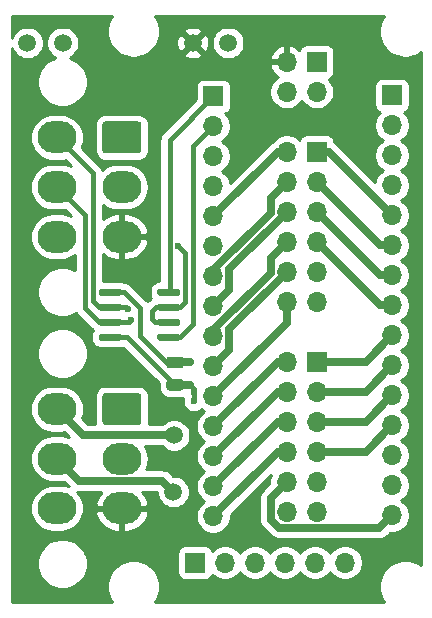
<source format=gbr>
G04 #@! TF.GenerationSoftware,KiCad,Pcbnew,(5.1.9)-1*
G04 #@! TF.CreationDate,2021-11-06T10:51:06-06:00*
G04 #@! TF.ProjectId,ABSIS_Nano,41425349-535f-44e6-916e-6f2e6b696361,1*
G04 #@! TF.SameCoordinates,Original*
G04 #@! TF.FileFunction,Copper,L1,Top*
G04 #@! TF.FilePolarity,Positive*
%FSLAX46Y46*%
G04 Gerber Fmt 4.6, Leading zero omitted, Abs format (unit mm)*
G04 Created by KiCad (PCBNEW (5.1.9)-1) date 2021-11-06 10:51:06*
%MOMM*%
%LPD*%
G01*
G04 APERTURE LIST*
G04 #@! TA.AperFunction,ComponentPad*
%ADD10C,1.500000*%
G04 #@! TD*
G04 #@! TA.AperFunction,ComponentPad*
%ADD11R,1.700000X1.700000*%
G04 #@! TD*
G04 #@! TA.AperFunction,ComponentPad*
%ADD12O,1.700000X1.700000*%
G04 #@! TD*
G04 #@! TA.AperFunction,ComponentPad*
%ADD13O,3.300000X2.700000*%
G04 #@! TD*
G04 #@! TA.AperFunction,ViaPad*
%ADD14C,0.600000*%
G04 #@! TD*
G04 #@! TA.AperFunction,Conductor*
%ADD15C,0.457200*%
G04 #@! TD*
G04 #@! TA.AperFunction,Conductor*
%ADD16C,0.635000*%
G04 #@! TD*
G04 #@! TA.AperFunction,Conductor*
%ADD17C,0.254000*%
G04 #@! TD*
G04 #@! TA.AperFunction,Conductor*
%ADD18C,0.100000*%
G04 #@! TD*
G04 APERTURE END LIST*
G04 #@! TA.AperFunction,SMDPad,CuDef*
G36*
G01*
X131810000Y-91565000D02*
X131810000Y-91865000D01*
G75*
G02*
X131660000Y-92015000I-150000J0D01*
G01*
X130010000Y-92015000D01*
G75*
G02*
X129860000Y-91865000I0J150000D01*
G01*
X129860000Y-91565000D01*
G75*
G02*
X130010000Y-91415000I150000J0D01*
G01*
X131660000Y-91415000D01*
G75*
G02*
X131810000Y-91565000I0J-150000D01*
G01*
G37*
G04 #@! TD.AperFunction*
G04 #@! TA.AperFunction,SMDPad,CuDef*
G36*
G01*
X131810000Y-90295000D02*
X131810000Y-90595000D01*
G75*
G02*
X131660000Y-90745000I-150000J0D01*
G01*
X130010000Y-90745000D01*
G75*
G02*
X129860000Y-90595000I0J150000D01*
G01*
X129860000Y-90295000D01*
G75*
G02*
X130010000Y-90145000I150000J0D01*
G01*
X131660000Y-90145000D01*
G75*
G02*
X131810000Y-90295000I0J-150000D01*
G01*
G37*
G04 #@! TD.AperFunction*
G04 #@! TA.AperFunction,SMDPad,CuDef*
G36*
G01*
X131810000Y-89025000D02*
X131810000Y-89325000D01*
G75*
G02*
X131660000Y-89475000I-150000J0D01*
G01*
X130010000Y-89475000D01*
G75*
G02*
X129860000Y-89325000I0J150000D01*
G01*
X129860000Y-89025000D01*
G75*
G02*
X130010000Y-88875000I150000J0D01*
G01*
X131660000Y-88875000D01*
G75*
G02*
X131810000Y-89025000I0J-150000D01*
G01*
G37*
G04 #@! TD.AperFunction*
G04 #@! TA.AperFunction,SMDPad,CuDef*
G36*
G01*
X131810000Y-87755000D02*
X131810000Y-88055000D01*
G75*
G02*
X131660000Y-88205000I-150000J0D01*
G01*
X130010000Y-88205000D01*
G75*
G02*
X129860000Y-88055000I0J150000D01*
G01*
X129860000Y-87755000D01*
G75*
G02*
X130010000Y-87605000I150000J0D01*
G01*
X131660000Y-87605000D01*
G75*
G02*
X131810000Y-87755000I0J-150000D01*
G01*
G37*
G04 #@! TD.AperFunction*
G04 #@! TA.AperFunction,SMDPad,CuDef*
G36*
G01*
X136760000Y-87755000D02*
X136760000Y-88055000D01*
G75*
G02*
X136610000Y-88205000I-150000J0D01*
G01*
X134960000Y-88205000D01*
G75*
G02*
X134810000Y-88055000I0J150000D01*
G01*
X134810000Y-87755000D01*
G75*
G02*
X134960000Y-87605000I150000J0D01*
G01*
X136610000Y-87605000D01*
G75*
G02*
X136760000Y-87755000I0J-150000D01*
G01*
G37*
G04 #@! TD.AperFunction*
G04 #@! TA.AperFunction,SMDPad,CuDef*
G36*
G01*
X136760000Y-89025000D02*
X136760000Y-89325000D01*
G75*
G02*
X136610000Y-89475000I-150000J0D01*
G01*
X134960000Y-89475000D01*
G75*
G02*
X134810000Y-89325000I0J150000D01*
G01*
X134810000Y-89025000D01*
G75*
G02*
X134960000Y-88875000I150000J0D01*
G01*
X136610000Y-88875000D01*
G75*
G02*
X136760000Y-89025000I0J-150000D01*
G01*
G37*
G04 #@! TD.AperFunction*
G04 #@! TA.AperFunction,SMDPad,CuDef*
G36*
G01*
X136760000Y-90295000D02*
X136760000Y-90595000D01*
G75*
G02*
X136610000Y-90745000I-150000J0D01*
G01*
X134960000Y-90745000D01*
G75*
G02*
X134810000Y-90595000I0J150000D01*
G01*
X134810000Y-90295000D01*
G75*
G02*
X134960000Y-90145000I150000J0D01*
G01*
X136610000Y-90145000D01*
G75*
G02*
X136760000Y-90295000I0J-150000D01*
G01*
G37*
G04 #@! TD.AperFunction*
G04 #@! TA.AperFunction,SMDPad,CuDef*
G36*
G01*
X136760000Y-91565000D02*
X136760000Y-91865000D01*
G75*
G02*
X136610000Y-92015000I-150000J0D01*
G01*
X134960000Y-92015000D01*
G75*
G02*
X134810000Y-91865000I0J150000D01*
G01*
X134810000Y-91565000D01*
G75*
G02*
X134960000Y-91415000I150000J0D01*
G01*
X136610000Y-91415000D01*
G75*
G02*
X136760000Y-91565000I0J-150000D01*
G01*
G37*
G04 #@! TD.AperFunction*
D10*
X136182100Y-104825800D03*
X136232900Y-100025200D03*
X126810000Y-66810000D03*
X137810000Y-66810000D03*
X123810000Y-66810000D03*
X140810000Y-66810000D03*
D11*
X148310000Y-68410000D03*
D12*
X145770000Y-68410000D03*
X148310000Y-70950000D03*
X145770000Y-70950000D03*
D13*
X126310000Y-106210000D03*
X126310000Y-102010000D03*
X126310000Y-97810000D03*
X131810000Y-106210000D03*
X131810000Y-102010000D03*
G04 #@! TA.AperFunction,ComponentPad*
G36*
G01*
X130410001Y-96460000D02*
X133209999Y-96460000D01*
G75*
G02*
X133460000Y-96710001I0J-250001D01*
G01*
X133460000Y-98909999D01*
G75*
G02*
X133209999Y-99160000I-250001J0D01*
G01*
X130410001Y-99160000D01*
G75*
G02*
X130160000Y-98909999I0J250001D01*
G01*
X130160000Y-96710001D01*
G75*
G02*
X130410001Y-96460000I250001J0D01*
G01*
G37*
G04 #@! TD.AperFunction*
X126310000Y-83210000D03*
X126310000Y-79010000D03*
X126310000Y-74810000D03*
X131810000Y-83210000D03*
X131810000Y-79010000D03*
G04 #@! TA.AperFunction,ComponentPad*
G36*
G01*
X130410001Y-73460000D02*
X133209999Y-73460000D01*
G75*
G02*
X133460000Y-73710001I0J-250001D01*
G01*
X133460000Y-75909999D01*
G75*
G02*
X133209999Y-76160000I-250001J0D01*
G01*
X130410001Y-76160000D01*
G75*
G02*
X130160000Y-75909999I0J250001D01*
G01*
X130160000Y-73710001D01*
G75*
G02*
X130410001Y-73460000I250001J0D01*
G01*
G37*
G04 #@! TD.AperFunction*
G04 #@! TA.AperFunction,SMDPad,CuDef*
G36*
G01*
X136785000Y-94360000D02*
X135835000Y-94360000D01*
G75*
G02*
X135585000Y-94110000I0J250000D01*
G01*
X135585000Y-93610000D01*
G75*
G02*
X135835000Y-93360000I250000J0D01*
G01*
X136785000Y-93360000D01*
G75*
G02*
X137035000Y-93610000I0J-250000D01*
G01*
X137035000Y-94110000D01*
G75*
G02*
X136785000Y-94360000I-250000J0D01*
G01*
G37*
G04 #@! TD.AperFunction*
G04 #@! TA.AperFunction,SMDPad,CuDef*
G36*
G01*
X136785000Y-96260000D02*
X135835000Y-96260000D01*
G75*
G02*
X135585000Y-96010000I0J250000D01*
G01*
X135585000Y-95510000D01*
G75*
G02*
X135835000Y-95260000I250000J0D01*
G01*
X136785000Y-95260000D01*
G75*
G02*
X137035000Y-95510000I0J-250000D01*
G01*
X137035000Y-96010000D01*
G75*
G02*
X136785000Y-96260000I-250000J0D01*
G01*
G37*
G04 #@! TD.AperFunction*
D12*
X150710000Y-110810000D03*
X148170000Y-110810000D03*
X145630000Y-110810000D03*
X143090000Y-110810000D03*
X140550000Y-110810000D03*
D11*
X138010000Y-110810000D03*
D12*
X145770000Y-106510000D03*
X148310000Y-106510000D03*
X145770000Y-103970000D03*
X148310000Y-103970000D03*
X145770000Y-101430000D03*
X148310000Y-101430000D03*
X145770000Y-98890000D03*
X148310000Y-98890000D03*
X145770000Y-96350000D03*
X148310000Y-96350000D03*
X145770000Y-93810000D03*
D11*
X148310000Y-93810000D03*
D12*
X145770000Y-88730000D03*
X148310000Y-88730000D03*
X145770000Y-86190000D03*
X148310000Y-86190000D03*
X145770000Y-83650000D03*
X148310000Y-83650000D03*
X145770000Y-81110000D03*
X148310000Y-81110000D03*
X145770000Y-78570000D03*
X148310000Y-78570000D03*
X145770000Y-76030000D03*
D11*
X148310000Y-76030000D03*
D12*
X139547600Y-106883200D03*
X139547600Y-104343200D03*
X139547600Y-101803200D03*
X139547600Y-99263200D03*
X139547600Y-96723200D03*
X139547600Y-94183200D03*
X139547600Y-91643200D03*
X139547600Y-89103200D03*
X139547600Y-86563200D03*
X139547600Y-84023200D03*
X139547600Y-81483200D03*
X139547600Y-78943200D03*
X139547600Y-76403200D03*
X139547600Y-73863200D03*
D11*
X139547600Y-71323200D03*
D12*
X154686000Y-106807000D03*
X154686000Y-104267000D03*
X154686000Y-101727000D03*
X154686000Y-99187000D03*
X154686000Y-96647000D03*
X154686000Y-94107000D03*
X154686000Y-91567000D03*
X154686000Y-89027000D03*
X154686000Y-86487000D03*
X154686000Y-83947000D03*
X154686000Y-81407000D03*
X154686000Y-78867000D03*
X154686000Y-76327000D03*
X154686000Y-73787000D03*
D11*
X154686000Y-71247000D03*
D14*
X137541000Y-93853000D03*
X136580510Y-84023200D03*
X137541000Y-95758000D03*
X137896000Y-97154000D03*
X137896000Y-96392000D03*
X132310000Y-89310000D03*
X132581390Y-90310000D03*
D15*
X135851900Y-75018900D02*
X139547600Y-71323200D01*
X135851900Y-87838100D02*
X135851900Y-75018900D01*
X135785000Y-87905000D02*
X135851900Y-87838100D01*
X137845821Y-90629179D02*
X137845821Y-75564979D01*
X136760000Y-91715000D02*
X137845821Y-90629179D01*
X135785000Y-91715000D02*
X136760000Y-91715000D01*
X137845821Y-75564979D02*
X139547600Y-73863200D01*
X130335000Y-87905000D02*
X131310000Y-87905000D01*
X135585000Y-93860000D02*
X136310000Y-93860000D01*
X133310000Y-91585000D02*
X135585000Y-93860000D01*
X131983332Y-87905000D02*
X133310000Y-89231668D01*
X133310000Y-89231668D02*
X133310000Y-91585000D01*
X130835000Y-87905000D02*
X131983332Y-87905000D01*
D16*
X137534000Y-93860000D02*
X137541000Y-93853000D01*
X136310000Y-93860000D02*
X137534000Y-93860000D01*
X139547600Y-81483200D02*
X139547600Y-80967102D01*
X145000800Y-76030000D02*
X145770000Y-76030000D01*
X139547600Y-81483200D02*
X145000800Y-76030000D01*
D15*
X134378700Y-90182700D02*
X134641000Y-90445000D01*
X134641000Y-90445000D02*
X135785000Y-90445000D01*
X134713300Y-89175000D02*
X134378700Y-89509600D01*
X134378700Y-89509600D02*
X134378700Y-90182700D01*
X135785000Y-89175000D02*
X134713300Y-89175000D01*
X135785000Y-89175000D02*
X136760000Y-89175000D01*
X137188610Y-84631300D02*
X136580510Y-84023200D01*
X136760000Y-89175000D02*
X137188610Y-88746390D01*
X137188610Y-88746390D02*
X137188610Y-84631300D01*
D16*
X144402499Y-79937501D02*
X145770000Y-78570000D01*
X144402499Y-81192203D02*
X144402499Y-79937501D01*
X139547600Y-86047102D02*
X144402499Y-81192203D01*
X139547600Y-86563200D02*
X139547600Y-86047102D01*
X139547600Y-89103200D02*
X139547600Y-88587102D01*
X140915101Y-85964899D02*
X145770000Y-81110000D01*
X140915101Y-87735699D02*
X140915101Y-85964899D01*
X139547600Y-89103200D02*
X140915101Y-87735699D01*
X144402499Y-86272203D02*
X144402499Y-85017501D01*
X139547600Y-91127102D02*
X144402499Y-86272203D01*
X144402499Y-85017501D02*
X145770000Y-83650000D01*
X139547600Y-91643200D02*
X139547600Y-91127102D01*
X140915101Y-91044899D02*
X145770000Y-86190000D01*
X140915101Y-92815699D02*
X140915101Y-91044899D01*
X139547600Y-94183200D02*
X140915101Y-92815699D01*
X145770000Y-90500800D02*
X145770000Y-88730000D01*
X139547600Y-96723200D02*
X145770000Y-90500800D01*
X145000800Y-93810000D02*
X145770000Y-93810000D01*
X139547600Y-99263200D02*
X145000800Y-93810000D01*
X145000800Y-96350000D02*
X145770000Y-96350000D01*
X139547600Y-101803200D02*
X145000800Y-96350000D01*
D15*
X132265000Y-91715000D02*
X136310000Y-95760000D01*
X132265000Y-91715000D02*
X130835000Y-91715000D01*
D16*
X137539000Y-95760000D02*
X137541000Y-95758000D01*
X136310000Y-95760000D02*
X137539000Y-95760000D01*
D15*
X137541000Y-95758000D02*
X137896000Y-96113000D01*
X137896000Y-96113000D02*
X137896000Y-96392000D01*
X137896000Y-96392000D02*
X137896000Y-97154000D01*
D16*
X149309000Y-76030000D02*
X154686000Y-81407000D01*
X148310000Y-76030000D02*
X149309000Y-76030000D01*
X154407000Y-83947000D02*
X154686000Y-83947000D01*
X153687000Y-83947000D02*
X154686000Y-83947000D01*
X148310000Y-78570000D02*
X153687000Y-83947000D01*
X154407000Y-86487000D02*
X154686000Y-86487000D01*
X153687000Y-86487000D02*
X154686000Y-86487000D01*
X148310000Y-81110000D02*
X153687000Y-86487000D01*
X154407000Y-89027000D02*
X154686000Y-89027000D01*
X153687000Y-89027000D02*
X154686000Y-89027000D01*
X148310000Y-83650000D02*
X153687000Y-89027000D01*
X152443000Y-93810000D02*
X154686000Y-91567000D01*
X148310000Y-93810000D02*
X152443000Y-93810000D01*
X152443000Y-96350000D02*
X154686000Y-94107000D01*
X148310000Y-96350000D02*
X152443000Y-96350000D01*
X152443000Y-98890000D02*
X154686000Y-96647000D01*
X148310000Y-98890000D02*
X152443000Y-98890000D01*
X152443000Y-101430000D02*
X154686000Y-99187000D01*
X148310000Y-101430000D02*
X152443000Y-101430000D01*
X145113599Y-107877501D02*
X153615499Y-107877501D01*
X144402499Y-107166401D02*
X145113599Y-107877501D01*
X153615499Y-107877501D02*
X154686000Y-106807000D01*
X144402499Y-105337501D02*
X144402499Y-107166401D01*
X145770000Y-103970000D02*
X144402499Y-105337501D01*
X145000800Y-98890000D02*
X145770000Y-98890000D01*
X139547600Y-104343200D02*
X145000800Y-98890000D01*
X145000800Y-101430000D02*
X145770000Y-101430000D01*
X139547600Y-106883200D02*
X145000800Y-101430000D01*
D15*
X129355812Y-88670812D02*
X129860000Y-89175000D01*
X126310000Y-74810000D02*
X129355812Y-77855812D01*
X129355812Y-77855812D02*
X129355812Y-88670812D01*
X129860000Y-89175000D02*
X130835000Y-89175000D01*
X132175000Y-89175000D02*
X132310000Y-89310000D01*
X130835000Y-89175000D02*
X132175000Y-89175000D01*
D16*
X128525200Y-100025200D02*
X136232900Y-100025200D01*
X126310000Y-97810000D02*
X128525200Y-100025200D01*
D15*
X128698601Y-89283601D02*
X128698601Y-81398601D01*
X129860000Y-90445000D02*
X128698601Y-89283601D01*
X130835000Y-90445000D02*
X129860000Y-90445000D01*
X128698601Y-81398601D02*
X126310000Y-79010000D01*
X130835000Y-90445000D02*
X132446390Y-90445000D01*
X132446390Y-90445000D02*
X132581390Y-90310000D01*
D16*
X135233810Y-103877510D02*
X136182100Y-104825800D01*
X128177510Y-103877510D02*
X135233810Y-103877510D01*
X126310000Y-102010000D02*
X128177510Y-103877510D01*
D17*
X130829369Y-64751331D02*
X130660890Y-65158075D01*
X130575000Y-65589872D01*
X130575000Y-66030128D01*
X130660890Y-66461925D01*
X130829369Y-66868669D01*
X131073962Y-67234729D01*
X131385271Y-67546038D01*
X131751331Y-67790631D01*
X132158075Y-67959110D01*
X132589872Y-68045000D01*
X133030128Y-68045000D01*
X133461925Y-67959110D01*
X133868669Y-67790631D01*
X133904045Y-67766993D01*
X137032612Y-67766993D01*
X137098137Y-68005860D01*
X137345116Y-68121760D01*
X137609960Y-68187250D01*
X137882492Y-68199812D01*
X138152238Y-68158965D01*
X138408832Y-68066277D01*
X138521863Y-68005860D01*
X138587388Y-67766993D01*
X137810000Y-66989605D01*
X137032612Y-67766993D01*
X133904045Y-67766993D01*
X134234729Y-67546038D01*
X134546038Y-67234729D01*
X134781394Y-66882492D01*
X136420188Y-66882492D01*
X136461035Y-67152238D01*
X136553723Y-67408832D01*
X136614140Y-67521863D01*
X136853007Y-67587388D01*
X137630395Y-66810000D01*
X137989605Y-66810000D01*
X138766993Y-67587388D01*
X139005860Y-67521863D01*
X139121760Y-67274884D01*
X139187250Y-67010040D01*
X139199812Y-66737508D01*
X139190133Y-66673589D01*
X139425000Y-66673589D01*
X139425000Y-66946411D01*
X139478225Y-67213989D01*
X139582629Y-67466043D01*
X139734201Y-67692886D01*
X139927114Y-67885799D01*
X140153957Y-68037371D01*
X140406011Y-68141775D01*
X140673589Y-68195000D01*
X140946411Y-68195000D01*
X141213989Y-68141775D01*
X141428045Y-68053110D01*
X144328524Y-68053110D01*
X144449845Y-68283000D01*
X145643000Y-68283000D01*
X145643000Y-67089186D01*
X145413109Y-66968519D01*
X145138748Y-67065843D01*
X144888645Y-67214822D01*
X144672412Y-67409731D01*
X144498359Y-67643080D01*
X144373175Y-67905901D01*
X144328524Y-68053110D01*
X141428045Y-68053110D01*
X141466043Y-68037371D01*
X141692886Y-67885799D01*
X141885799Y-67692886D01*
X142037371Y-67466043D01*
X142141775Y-67213989D01*
X142195000Y-66946411D01*
X142195000Y-66673589D01*
X142141775Y-66406011D01*
X142037371Y-66153957D01*
X141885799Y-65927114D01*
X141692886Y-65734201D01*
X141466043Y-65582629D01*
X141213989Y-65478225D01*
X140946411Y-65425000D01*
X140673589Y-65425000D01*
X140406011Y-65478225D01*
X140153957Y-65582629D01*
X139927114Y-65734201D01*
X139734201Y-65927114D01*
X139582629Y-66153957D01*
X139478225Y-66406011D01*
X139425000Y-66673589D01*
X139190133Y-66673589D01*
X139158965Y-66467762D01*
X139066277Y-66211168D01*
X139005860Y-66098137D01*
X138766993Y-66032612D01*
X137989605Y-66810000D01*
X137630395Y-66810000D01*
X136853007Y-66032612D01*
X136614140Y-66098137D01*
X136498240Y-66345116D01*
X136432750Y-66609960D01*
X136420188Y-66882492D01*
X134781394Y-66882492D01*
X134790631Y-66868669D01*
X134959110Y-66461925D01*
X135045000Y-66030128D01*
X135045000Y-65853007D01*
X137032612Y-65853007D01*
X137810000Y-66630395D01*
X138587388Y-65853007D01*
X138521863Y-65614140D01*
X138274884Y-65498240D01*
X138010040Y-65432750D01*
X137737508Y-65420188D01*
X137467762Y-65461035D01*
X137211168Y-65553723D01*
X137098137Y-65614140D01*
X137032612Y-65853007D01*
X135045000Y-65853007D01*
X135045000Y-65589872D01*
X134959110Y-65158075D01*
X134790631Y-64751331D01*
X134619356Y-64495000D01*
X154000644Y-64495000D01*
X153829369Y-64751331D01*
X153660890Y-65158075D01*
X153575000Y-65589872D01*
X153575000Y-66030128D01*
X153660890Y-66461925D01*
X153829369Y-66868669D01*
X154073962Y-67234729D01*
X154385271Y-67546038D01*
X154751331Y-67790631D01*
X155158075Y-67959110D01*
X155589872Y-68045000D01*
X156030128Y-68045000D01*
X156461925Y-67959110D01*
X156868669Y-67790631D01*
X157125001Y-67619356D01*
X157125000Y-111000644D01*
X156868669Y-110829369D01*
X156461925Y-110660890D01*
X156030128Y-110575000D01*
X155589872Y-110575000D01*
X155158075Y-110660890D01*
X154751331Y-110829369D01*
X154385271Y-111073962D01*
X154073962Y-111385271D01*
X153829369Y-111751331D01*
X153660890Y-112158075D01*
X153575000Y-112589872D01*
X153575000Y-113030128D01*
X153660890Y-113461925D01*
X153829369Y-113868669D01*
X154000644Y-114125000D01*
X134619356Y-114125000D01*
X134790631Y-113868669D01*
X134959110Y-113461925D01*
X135045000Y-113030128D01*
X135045000Y-112589872D01*
X134959110Y-112158075D01*
X134790631Y-111751331D01*
X134546038Y-111385271D01*
X134234729Y-111073962D01*
X133868669Y-110829369D01*
X133461925Y-110660890D01*
X133030128Y-110575000D01*
X132589872Y-110575000D01*
X132158075Y-110660890D01*
X131751331Y-110829369D01*
X131385271Y-111073962D01*
X131073962Y-111385271D01*
X130829369Y-111751331D01*
X130660890Y-112158075D01*
X130575000Y-112589872D01*
X130575000Y-113030128D01*
X130660890Y-113461925D01*
X130829369Y-113868669D01*
X131000644Y-114125000D01*
X122495000Y-114125000D01*
X122495000Y-110699721D01*
X124635000Y-110699721D01*
X124635000Y-111120279D01*
X124717047Y-111532756D01*
X124877988Y-111921302D01*
X125111637Y-112270983D01*
X125409017Y-112568363D01*
X125758698Y-112802012D01*
X126147244Y-112962953D01*
X126559721Y-113045000D01*
X126980279Y-113045000D01*
X127392756Y-112962953D01*
X127781302Y-112802012D01*
X128130983Y-112568363D01*
X128428363Y-112270983D01*
X128662012Y-111921302D01*
X128822953Y-111532756D01*
X128905000Y-111120279D01*
X128905000Y-110699721D01*
X128822953Y-110287244D01*
X128687405Y-109960000D01*
X136521928Y-109960000D01*
X136521928Y-111660000D01*
X136534188Y-111784482D01*
X136570498Y-111904180D01*
X136629463Y-112014494D01*
X136708815Y-112111185D01*
X136805506Y-112190537D01*
X136915820Y-112249502D01*
X137035518Y-112285812D01*
X137160000Y-112298072D01*
X138860000Y-112298072D01*
X138984482Y-112285812D01*
X139104180Y-112249502D01*
X139214494Y-112190537D01*
X139311185Y-112111185D01*
X139390537Y-112014494D01*
X139449502Y-111904180D01*
X139471513Y-111831620D01*
X139603368Y-111963475D01*
X139846589Y-112125990D01*
X140116842Y-112237932D01*
X140403740Y-112295000D01*
X140696260Y-112295000D01*
X140983158Y-112237932D01*
X141253411Y-112125990D01*
X141496632Y-111963475D01*
X141703475Y-111756632D01*
X141820000Y-111582240D01*
X141936525Y-111756632D01*
X142143368Y-111963475D01*
X142386589Y-112125990D01*
X142656842Y-112237932D01*
X142943740Y-112295000D01*
X143236260Y-112295000D01*
X143523158Y-112237932D01*
X143793411Y-112125990D01*
X144036632Y-111963475D01*
X144243475Y-111756632D01*
X144360000Y-111582240D01*
X144476525Y-111756632D01*
X144683368Y-111963475D01*
X144926589Y-112125990D01*
X145196842Y-112237932D01*
X145483740Y-112295000D01*
X145776260Y-112295000D01*
X146063158Y-112237932D01*
X146333411Y-112125990D01*
X146576632Y-111963475D01*
X146783475Y-111756632D01*
X146900000Y-111582240D01*
X147016525Y-111756632D01*
X147223368Y-111963475D01*
X147466589Y-112125990D01*
X147736842Y-112237932D01*
X148023740Y-112295000D01*
X148316260Y-112295000D01*
X148603158Y-112237932D01*
X148873411Y-112125990D01*
X149116632Y-111963475D01*
X149323475Y-111756632D01*
X149440000Y-111582240D01*
X149556525Y-111756632D01*
X149763368Y-111963475D01*
X150006589Y-112125990D01*
X150276842Y-112237932D01*
X150563740Y-112295000D01*
X150856260Y-112295000D01*
X151143158Y-112237932D01*
X151413411Y-112125990D01*
X151656632Y-111963475D01*
X151863475Y-111756632D01*
X152025990Y-111513411D01*
X152137932Y-111243158D01*
X152195000Y-110956260D01*
X152195000Y-110663740D01*
X152137932Y-110376842D01*
X152025990Y-110106589D01*
X151863475Y-109863368D01*
X151656632Y-109656525D01*
X151413411Y-109494010D01*
X151143158Y-109382068D01*
X150856260Y-109325000D01*
X150563740Y-109325000D01*
X150276842Y-109382068D01*
X150006589Y-109494010D01*
X149763368Y-109656525D01*
X149556525Y-109863368D01*
X149440000Y-110037760D01*
X149323475Y-109863368D01*
X149116632Y-109656525D01*
X148873411Y-109494010D01*
X148603158Y-109382068D01*
X148316260Y-109325000D01*
X148023740Y-109325000D01*
X147736842Y-109382068D01*
X147466589Y-109494010D01*
X147223368Y-109656525D01*
X147016525Y-109863368D01*
X146900000Y-110037760D01*
X146783475Y-109863368D01*
X146576632Y-109656525D01*
X146333411Y-109494010D01*
X146063158Y-109382068D01*
X145776260Y-109325000D01*
X145483740Y-109325000D01*
X145196842Y-109382068D01*
X144926589Y-109494010D01*
X144683368Y-109656525D01*
X144476525Y-109863368D01*
X144360000Y-110037760D01*
X144243475Y-109863368D01*
X144036632Y-109656525D01*
X143793411Y-109494010D01*
X143523158Y-109382068D01*
X143236260Y-109325000D01*
X142943740Y-109325000D01*
X142656842Y-109382068D01*
X142386589Y-109494010D01*
X142143368Y-109656525D01*
X141936525Y-109863368D01*
X141820000Y-110037760D01*
X141703475Y-109863368D01*
X141496632Y-109656525D01*
X141253411Y-109494010D01*
X140983158Y-109382068D01*
X140696260Y-109325000D01*
X140403740Y-109325000D01*
X140116842Y-109382068D01*
X139846589Y-109494010D01*
X139603368Y-109656525D01*
X139471513Y-109788380D01*
X139449502Y-109715820D01*
X139390537Y-109605506D01*
X139311185Y-109508815D01*
X139214494Y-109429463D01*
X139104180Y-109370498D01*
X138984482Y-109334188D01*
X138860000Y-109321928D01*
X137160000Y-109321928D01*
X137035518Y-109334188D01*
X136915820Y-109370498D01*
X136805506Y-109429463D01*
X136708815Y-109508815D01*
X136629463Y-109605506D01*
X136570498Y-109715820D01*
X136534188Y-109835518D01*
X136521928Y-109960000D01*
X128687405Y-109960000D01*
X128662012Y-109898698D01*
X128428363Y-109549017D01*
X128130983Y-109251637D01*
X127781302Y-109017988D01*
X127392756Y-108857047D01*
X126980279Y-108775000D01*
X126559721Y-108775000D01*
X126147244Y-108857047D01*
X125758698Y-109017988D01*
X125409017Y-109251637D01*
X125111637Y-109549017D01*
X124877988Y-109898698D01*
X124717047Y-110287244D01*
X124635000Y-110699721D01*
X122495000Y-110699721D01*
X122495000Y-97810000D01*
X124015396Y-97810000D01*
X124053722Y-98199128D01*
X124167226Y-98573302D01*
X124351547Y-98918143D01*
X124599602Y-99220398D01*
X124901857Y-99468453D01*
X125246698Y-99652774D01*
X125620872Y-99766278D01*
X125912490Y-99795000D01*
X126707510Y-99795000D01*
X126926402Y-99773441D01*
X127297059Y-100144098D01*
X126999128Y-100053722D01*
X126707510Y-100025000D01*
X125912490Y-100025000D01*
X125620872Y-100053722D01*
X125246698Y-100167226D01*
X124901857Y-100351547D01*
X124599602Y-100599602D01*
X124351547Y-100901857D01*
X124167226Y-101246698D01*
X124053722Y-101620872D01*
X124015396Y-102010000D01*
X124053722Y-102399128D01*
X124167226Y-102773302D01*
X124351547Y-103118143D01*
X124599602Y-103420398D01*
X124901857Y-103668453D01*
X125246698Y-103852774D01*
X125620872Y-103966278D01*
X125912490Y-103995000D01*
X126707510Y-103995000D01*
X126926402Y-103973441D01*
X127297059Y-104344098D01*
X126999128Y-104253722D01*
X126707510Y-104225000D01*
X125912490Y-104225000D01*
X125620872Y-104253722D01*
X125246698Y-104367226D01*
X124901857Y-104551547D01*
X124599602Y-104799602D01*
X124351547Y-105101857D01*
X124167226Y-105446698D01*
X124053722Y-105820872D01*
X124015396Y-106210000D01*
X124053722Y-106599128D01*
X124167226Y-106973302D01*
X124351547Y-107318143D01*
X124599602Y-107620398D01*
X124901857Y-107868453D01*
X125246698Y-108052774D01*
X125620872Y-108166278D01*
X125912490Y-108195000D01*
X126707510Y-108195000D01*
X126999128Y-108166278D01*
X127373302Y-108052774D01*
X127718143Y-107868453D01*
X128020398Y-107620398D01*
X128268453Y-107318143D01*
X128452774Y-106973302D01*
X128552264Y-106645323D01*
X129573323Y-106645323D01*
X129627499Y-106852295D01*
X129788976Y-107207211D01*
X130016591Y-107523805D01*
X130301597Y-107789910D01*
X130633041Y-107995300D01*
X130998186Y-108132082D01*
X131383000Y-108195000D01*
X131683000Y-108195000D01*
X131683000Y-106337000D01*
X131937000Y-106337000D01*
X131937000Y-108195000D01*
X132237000Y-108195000D01*
X132621814Y-108132082D01*
X132986959Y-107995300D01*
X133318403Y-107789910D01*
X133603409Y-107523805D01*
X133831024Y-107207211D01*
X133992501Y-106852295D01*
X134046677Y-106645323D01*
X133931829Y-106337000D01*
X131937000Y-106337000D01*
X131683000Y-106337000D01*
X129688171Y-106337000D01*
X129573323Y-106645323D01*
X128552264Y-106645323D01*
X128566278Y-106599128D01*
X128604604Y-106210000D01*
X128566278Y-105820872D01*
X128452774Y-105446698D01*
X128268453Y-105101857D01*
X128037846Y-104820862D01*
X128177510Y-104834618D01*
X128224295Y-104830010D01*
X130087477Y-104830010D01*
X130016591Y-104896195D01*
X129788976Y-105212789D01*
X129627499Y-105567705D01*
X129573323Y-105774677D01*
X129688171Y-106083000D01*
X131683000Y-106083000D01*
X131683000Y-106063000D01*
X131937000Y-106063000D01*
X131937000Y-106083000D01*
X133931829Y-106083000D01*
X134046677Y-105774677D01*
X133992501Y-105567705D01*
X133831024Y-105212789D01*
X133603409Y-104896195D01*
X133532523Y-104830010D01*
X134797100Y-104830010D01*
X134797100Y-104962211D01*
X134850325Y-105229789D01*
X134954729Y-105481843D01*
X135106301Y-105708686D01*
X135299214Y-105901599D01*
X135526057Y-106053171D01*
X135778111Y-106157575D01*
X136045689Y-106210800D01*
X136318511Y-106210800D01*
X136586089Y-106157575D01*
X136838143Y-106053171D01*
X137064986Y-105901599D01*
X137257899Y-105708686D01*
X137409471Y-105481843D01*
X137513875Y-105229789D01*
X137567100Y-104962211D01*
X137567100Y-104689389D01*
X137513875Y-104421811D01*
X137409471Y-104169757D01*
X137257899Y-103942914D01*
X137064986Y-103750001D01*
X136838143Y-103598429D01*
X136586089Y-103494025D01*
X136318511Y-103440800D01*
X136144138Y-103440800D01*
X135940417Y-103237079D01*
X135910588Y-103200732D01*
X135765551Y-103081704D01*
X135600079Y-102993258D01*
X135420533Y-102938793D01*
X135280595Y-102925010D01*
X135233810Y-102920402D01*
X135187025Y-102925010D01*
X133871685Y-102925010D01*
X133952774Y-102773302D01*
X134066278Y-102399128D01*
X134104604Y-102010000D01*
X134066278Y-101620872D01*
X133952774Y-101246698D01*
X133808992Y-100977700D01*
X135226715Y-100977700D01*
X135350014Y-101100999D01*
X135576857Y-101252571D01*
X135828911Y-101356975D01*
X136096489Y-101410200D01*
X136369311Y-101410200D01*
X136636889Y-101356975D01*
X136888943Y-101252571D01*
X137115786Y-101100999D01*
X137308699Y-100908086D01*
X137460271Y-100681243D01*
X137564675Y-100429189D01*
X137617900Y-100161611D01*
X137617900Y-99888789D01*
X137564675Y-99621211D01*
X137460271Y-99369157D01*
X137308699Y-99142314D01*
X137115786Y-98949401D01*
X136888943Y-98797829D01*
X136636889Y-98693425D01*
X136369311Y-98640200D01*
X136096489Y-98640200D01*
X135828911Y-98693425D01*
X135576857Y-98797829D01*
X135350014Y-98949401D01*
X135226715Y-99072700D01*
X134082047Y-99072700D01*
X134098072Y-98909999D01*
X134098072Y-96710001D01*
X134081008Y-96536747D01*
X134030471Y-96370150D01*
X133948405Y-96216614D01*
X133837961Y-96082039D01*
X133703386Y-95971595D01*
X133549850Y-95889529D01*
X133383253Y-95838992D01*
X133209999Y-95821928D01*
X130410001Y-95821928D01*
X130236747Y-95838992D01*
X130070150Y-95889529D01*
X129916614Y-95971595D01*
X129782039Y-96082039D01*
X129671595Y-96216614D01*
X129589529Y-96370150D01*
X129538992Y-96536747D01*
X129521928Y-96710001D01*
X129521928Y-98909999D01*
X129537953Y-99072700D01*
X128919739Y-99072700D01*
X128441477Y-98594438D01*
X128452774Y-98573302D01*
X128566278Y-98199128D01*
X128604604Y-97810000D01*
X128566278Y-97420872D01*
X128452774Y-97046698D01*
X128268453Y-96701857D01*
X128020398Y-96399602D01*
X127718143Y-96151547D01*
X127373302Y-95967226D01*
X126999128Y-95853722D01*
X126707510Y-95825000D01*
X125912490Y-95825000D01*
X125620872Y-95853722D01*
X125246698Y-95967226D01*
X124901857Y-96151547D01*
X124599602Y-96399602D01*
X124351547Y-96701857D01*
X124167226Y-97046698D01*
X124053722Y-97420872D01*
X124015396Y-97810000D01*
X122495000Y-97810000D01*
X122495000Y-92899721D01*
X124635000Y-92899721D01*
X124635000Y-93320279D01*
X124717047Y-93732756D01*
X124877988Y-94121302D01*
X125111637Y-94470983D01*
X125409017Y-94768363D01*
X125758698Y-95002012D01*
X126147244Y-95162953D01*
X126559721Y-95245000D01*
X126980279Y-95245000D01*
X127392756Y-95162953D01*
X127781302Y-95002012D01*
X128130983Y-94768363D01*
X128428363Y-94470983D01*
X128662012Y-94121302D01*
X128822953Y-93732756D01*
X128905000Y-93320279D01*
X128905000Y-92899721D01*
X128822953Y-92487244D01*
X128662012Y-92098698D01*
X128428363Y-91749017D01*
X128130983Y-91451637D01*
X127781302Y-91217988D01*
X127392756Y-91057047D01*
X126980279Y-90975000D01*
X126559721Y-90975000D01*
X126147244Y-91057047D01*
X125758698Y-91217988D01*
X125409017Y-91451637D01*
X125111637Y-91749017D01*
X124877988Y-92098698D01*
X124717047Y-92487244D01*
X124635000Y-92899721D01*
X122495000Y-92899721D01*
X122495000Y-74810000D01*
X124015396Y-74810000D01*
X124053722Y-75199128D01*
X124167226Y-75573302D01*
X124351547Y-75918143D01*
X124599602Y-76220398D01*
X124901857Y-76468453D01*
X125246698Y-76652774D01*
X125620872Y-76766278D01*
X125912490Y-76795000D01*
X126707510Y-76795000D01*
X126999128Y-76766278D01*
X127034296Y-76755610D01*
X127529288Y-77250602D01*
X127373302Y-77167226D01*
X126999128Y-77053722D01*
X126707510Y-77025000D01*
X125912490Y-77025000D01*
X125620872Y-77053722D01*
X125246698Y-77167226D01*
X124901857Y-77351547D01*
X124599602Y-77599602D01*
X124351547Y-77901857D01*
X124167226Y-78246698D01*
X124053722Y-78620872D01*
X124015396Y-79010000D01*
X124053722Y-79399128D01*
X124167226Y-79773302D01*
X124351547Y-80118143D01*
X124599602Y-80420398D01*
X124901857Y-80668453D01*
X125246698Y-80852774D01*
X125620872Y-80966278D01*
X125912490Y-80995000D01*
X126707510Y-80995000D01*
X126999128Y-80966278D01*
X127034296Y-80955610D01*
X127529289Y-81450602D01*
X127373302Y-81367226D01*
X126999128Y-81253722D01*
X126707510Y-81225000D01*
X125912490Y-81225000D01*
X125620872Y-81253722D01*
X125246698Y-81367226D01*
X124901857Y-81551547D01*
X124599602Y-81799602D01*
X124351547Y-82101857D01*
X124167226Y-82446698D01*
X124053722Y-82820872D01*
X124015396Y-83210000D01*
X124053722Y-83599128D01*
X124167226Y-83973302D01*
X124351547Y-84318143D01*
X124599602Y-84620398D01*
X124901857Y-84868453D01*
X125246698Y-85052774D01*
X125620872Y-85166278D01*
X125912490Y-85195000D01*
X126707510Y-85195000D01*
X126999128Y-85166278D01*
X127373302Y-85052774D01*
X127718143Y-84868453D01*
X127835002Y-84772549D01*
X127835001Y-86053869D01*
X127781302Y-86017988D01*
X127392756Y-85857047D01*
X126980279Y-85775000D01*
X126559721Y-85775000D01*
X126147244Y-85857047D01*
X125758698Y-86017988D01*
X125409017Y-86251637D01*
X125111637Y-86549017D01*
X124877988Y-86898698D01*
X124717047Y-87287244D01*
X124635000Y-87699721D01*
X124635000Y-88120279D01*
X124717047Y-88532756D01*
X124877988Y-88921302D01*
X125111637Y-89270983D01*
X125409017Y-89568363D01*
X125758698Y-89802012D01*
X126147244Y-89962953D01*
X126559721Y-90045000D01*
X126980279Y-90045000D01*
X127392756Y-89962953D01*
X127781302Y-89802012D01*
X127939848Y-89696075D01*
X127977070Y-89765712D01*
X128084989Y-89897213D01*
X128117951Y-89924264D01*
X129219345Y-91025660D01*
X129246388Y-91058612D01*
X129347176Y-91141326D01*
X129281916Y-91263418D01*
X129237071Y-91411255D01*
X129221928Y-91565000D01*
X129221928Y-91865000D01*
X129237071Y-92018745D01*
X129281916Y-92166582D01*
X129354742Y-92302829D01*
X129452749Y-92422251D01*
X129572171Y-92520258D01*
X129708418Y-92593084D01*
X129856255Y-92637929D01*
X130010000Y-92653072D01*
X131660000Y-92653072D01*
X131813745Y-92637929D01*
X131931037Y-92602350D01*
X134946928Y-95618242D01*
X134946928Y-96010000D01*
X134963992Y-96183254D01*
X135014528Y-96349850D01*
X135096595Y-96503386D01*
X135207038Y-96637962D01*
X135341614Y-96748405D01*
X135495150Y-96830472D01*
X135661746Y-96881008D01*
X135835000Y-96898072D01*
X136785000Y-96898072D01*
X136958254Y-96881008D01*
X137002615Y-96867551D01*
X136996932Y-96881271D01*
X136961000Y-97061911D01*
X136961000Y-97246089D01*
X136996932Y-97426729D01*
X137067414Y-97596889D01*
X137169738Y-97750028D01*
X137299972Y-97880262D01*
X137453111Y-97982586D01*
X137623271Y-98053068D01*
X137803911Y-98089000D01*
X137988089Y-98089000D01*
X138168729Y-98053068D01*
X138338889Y-97982586D01*
X138492028Y-97880262D01*
X138548292Y-97823999D01*
X138600968Y-97876675D01*
X138775360Y-97993200D01*
X138600968Y-98109725D01*
X138394125Y-98316568D01*
X138231610Y-98559789D01*
X138119668Y-98830042D01*
X138062600Y-99116940D01*
X138062600Y-99409460D01*
X138119668Y-99696358D01*
X138231610Y-99966611D01*
X138394125Y-100209832D01*
X138600968Y-100416675D01*
X138775360Y-100533200D01*
X138600968Y-100649725D01*
X138394125Y-100856568D01*
X138231610Y-101099789D01*
X138119668Y-101370042D01*
X138062600Y-101656940D01*
X138062600Y-101949460D01*
X138119668Y-102236358D01*
X138231610Y-102506611D01*
X138394125Y-102749832D01*
X138600968Y-102956675D01*
X138775360Y-103073200D01*
X138600968Y-103189725D01*
X138394125Y-103396568D01*
X138231610Y-103639789D01*
X138119668Y-103910042D01*
X138062600Y-104196940D01*
X138062600Y-104489460D01*
X138119668Y-104776358D01*
X138231610Y-105046611D01*
X138394125Y-105289832D01*
X138600968Y-105496675D01*
X138775360Y-105613200D01*
X138600968Y-105729725D01*
X138394125Y-105936568D01*
X138231610Y-106179789D01*
X138119668Y-106450042D01*
X138062600Y-106736940D01*
X138062600Y-107029460D01*
X138119668Y-107316358D01*
X138231610Y-107586611D01*
X138394125Y-107829832D01*
X138600968Y-108036675D01*
X138844189Y-108199190D01*
X139114442Y-108311132D01*
X139401340Y-108368200D01*
X139693860Y-108368200D01*
X139980758Y-108311132D01*
X140251011Y-108199190D01*
X140494232Y-108036675D01*
X140701075Y-107829832D01*
X140863590Y-107586611D01*
X140975532Y-107316358D01*
X141032600Y-107029460D01*
X141032600Y-106745238D01*
X144413536Y-103364302D01*
X144342068Y-103536842D01*
X144285000Y-103823740D01*
X144285000Y-104107962D01*
X143762068Y-104630894D01*
X143725721Y-104660723D01*
X143606693Y-104805760D01*
X143518247Y-104971233D01*
X143472065Y-105123475D01*
X143463782Y-105150779D01*
X143445391Y-105337501D01*
X143449999Y-105384286D01*
X143450000Y-107119607D01*
X143445391Y-107166401D01*
X143463782Y-107353123D01*
X143518248Y-107532670D01*
X143602758Y-107690778D01*
X143606694Y-107698142D01*
X143725722Y-107843179D01*
X143762063Y-107873003D01*
X144406996Y-108517937D01*
X144436821Y-108554279D01*
X144581858Y-108673307D01*
X144747330Y-108761753D01*
X144926876Y-108816218D01*
X145113598Y-108834609D01*
X145160383Y-108830001D01*
X153568714Y-108830001D01*
X153615499Y-108834609D01*
X153662284Y-108830001D01*
X153802222Y-108816218D01*
X153981768Y-108761753D01*
X154147240Y-108673307D01*
X154292277Y-108554279D01*
X154322106Y-108517932D01*
X154548038Y-108292000D01*
X154832260Y-108292000D01*
X155119158Y-108234932D01*
X155389411Y-108122990D01*
X155632632Y-107960475D01*
X155839475Y-107753632D01*
X156001990Y-107510411D01*
X156113932Y-107240158D01*
X156171000Y-106953260D01*
X156171000Y-106660740D01*
X156113932Y-106373842D01*
X156001990Y-106103589D01*
X155839475Y-105860368D01*
X155632632Y-105653525D01*
X155458240Y-105537000D01*
X155632632Y-105420475D01*
X155839475Y-105213632D01*
X156001990Y-104970411D01*
X156113932Y-104700158D01*
X156171000Y-104413260D01*
X156171000Y-104120740D01*
X156113932Y-103833842D01*
X156001990Y-103563589D01*
X155839475Y-103320368D01*
X155632632Y-103113525D01*
X155458240Y-102997000D01*
X155632632Y-102880475D01*
X155839475Y-102673632D01*
X156001990Y-102430411D01*
X156113932Y-102160158D01*
X156171000Y-101873260D01*
X156171000Y-101580740D01*
X156113932Y-101293842D01*
X156001990Y-101023589D01*
X155839475Y-100780368D01*
X155632632Y-100573525D01*
X155458240Y-100457000D01*
X155632632Y-100340475D01*
X155839475Y-100133632D01*
X156001990Y-99890411D01*
X156113932Y-99620158D01*
X156171000Y-99333260D01*
X156171000Y-99040740D01*
X156113932Y-98753842D01*
X156001990Y-98483589D01*
X155839475Y-98240368D01*
X155632632Y-98033525D01*
X155458240Y-97917000D01*
X155632632Y-97800475D01*
X155839475Y-97593632D01*
X156001990Y-97350411D01*
X156113932Y-97080158D01*
X156171000Y-96793260D01*
X156171000Y-96500740D01*
X156113932Y-96213842D01*
X156001990Y-95943589D01*
X155839475Y-95700368D01*
X155632632Y-95493525D01*
X155458240Y-95377000D01*
X155632632Y-95260475D01*
X155839475Y-95053632D01*
X156001990Y-94810411D01*
X156113932Y-94540158D01*
X156171000Y-94253260D01*
X156171000Y-93960740D01*
X156113932Y-93673842D01*
X156001990Y-93403589D01*
X155839475Y-93160368D01*
X155632632Y-92953525D01*
X155458240Y-92837000D01*
X155632632Y-92720475D01*
X155839475Y-92513632D01*
X156001990Y-92270411D01*
X156113932Y-92000158D01*
X156171000Y-91713260D01*
X156171000Y-91420740D01*
X156113932Y-91133842D01*
X156001990Y-90863589D01*
X155839475Y-90620368D01*
X155632632Y-90413525D01*
X155458240Y-90297000D01*
X155632632Y-90180475D01*
X155839475Y-89973632D01*
X156001990Y-89730411D01*
X156113932Y-89460158D01*
X156171000Y-89173260D01*
X156171000Y-88880740D01*
X156113932Y-88593842D01*
X156001990Y-88323589D01*
X155839475Y-88080368D01*
X155632632Y-87873525D01*
X155458240Y-87757000D01*
X155632632Y-87640475D01*
X155839475Y-87433632D01*
X156001990Y-87190411D01*
X156113932Y-86920158D01*
X156171000Y-86633260D01*
X156171000Y-86340740D01*
X156113932Y-86053842D01*
X156001990Y-85783589D01*
X155839475Y-85540368D01*
X155632632Y-85333525D01*
X155458240Y-85217000D01*
X155632632Y-85100475D01*
X155839475Y-84893632D01*
X156001990Y-84650411D01*
X156113932Y-84380158D01*
X156171000Y-84093260D01*
X156171000Y-83800740D01*
X156113932Y-83513842D01*
X156001990Y-83243589D01*
X155839475Y-83000368D01*
X155632632Y-82793525D01*
X155458240Y-82677000D01*
X155632632Y-82560475D01*
X155839475Y-82353632D01*
X156001990Y-82110411D01*
X156113932Y-81840158D01*
X156171000Y-81553260D01*
X156171000Y-81260740D01*
X156113932Y-80973842D01*
X156001990Y-80703589D01*
X155839475Y-80460368D01*
X155632632Y-80253525D01*
X155458240Y-80137000D01*
X155632632Y-80020475D01*
X155839475Y-79813632D01*
X156001990Y-79570411D01*
X156113932Y-79300158D01*
X156171000Y-79013260D01*
X156171000Y-78720740D01*
X156113932Y-78433842D01*
X156001990Y-78163589D01*
X155839475Y-77920368D01*
X155632632Y-77713525D01*
X155458240Y-77597000D01*
X155632632Y-77480475D01*
X155839475Y-77273632D01*
X156001990Y-77030411D01*
X156113932Y-76760158D01*
X156171000Y-76473260D01*
X156171000Y-76180740D01*
X156113932Y-75893842D01*
X156001990Y-75623589D01*
X155839475Y-75380368D01*
X155632632Y-75173525D01*
X155458240Y-75057000D01*
X155632632Y-74940475D01*
X155839475Y-74733632D01*
X156001990Y-74490411D01*
X156113932Y-74220158D01*
X156171000Y-73933260D01*
X156171000Y-73640740D01*
X156113932Y-73353842D01*
X156001990Y-73083589D01*
X155839475Y-72840368D01*
X155707620Y-72708513D01*
X155780180Y-72686502D01*
X155890494Y-72627537D01*
X155987185Y-72548185D01*
X156066537Y-72451494D01*
X156125502Y-72341180D01*
X156161812Y-72221482D01*
X156174072Y-72097000D01*
X156174072Y-70397000D01*
X156161812Y-70272518D01*
X156125502Y-70152820D01*
X156066537Y-70042506D01*
X155987185Y-69945815D01*
X155890494Y-69866463D01*
X155780180Y-69807498D01*
X155660482Y-69771188D01*
X155536000Y-69758928D01*
X153836000Y-69758928D01*
X153711518Y-69771188D01*
X153591820Y-69807498D01*
X153481506Y-69866463D01*
X153384815Y-69945815D01*
X153305463Y-70042506D01*
X153246498Y-70152820D01*
X153210188Y-70272518D01*
X153197928Y-70397000D01*
X153197928Y-72097000D01*
X153210188Y-72221482D01*
X153246498Y-72341180D01*
X153305463Y-72451494D01*
X153384815Y-72548185D01*
X153481506Y-72627537D01*
X153591820Y-72686502D01*
X153664380Y-72708513D01*
X153532525Y-72840368D01*
X153370010Y-73083589D01*
X153258068Y-73353842D01*
X153201000Y-73640740D01*
X153201000Y-73933260D01*
X153258068Y-74220158D01*
X153370010Y-74490411D01*
X153532525Y-74733632D01*
X153739368Y-74940475D01*
X153913760Y-75057000D01*
X153739368Y-75173525D01*
X153532525Y-75380368D01*
X153370010Y-75623589D01*
X153258068Y-75893842D01*
X153201000Y-76180740D01*
X153201000Y-76473260D01*
X153258068Y-76760158D01*
X153370010Y-77030411D01*
X153532525Y-77273632D01*
X153739368Y-77480475D01*
X153913760Y-77597000D01*
X153739368Y-77713525D01*
X153532525Y-77920368D01*
X153370010Y-78163589D01*
X153258068Y-78433842D01*
X153225186Y-78599148D01*
X150015607Y-75389569D01*
X149985778Y-75353222D01*
X149840741Y-75234194D01*
X149798072Y-75211387D01*
X149798072Y-75180000D01*
X149785812Y-75055518D01*
X149749502Y-74935820D01*
X149690537Y-74825506D01*
X149611185Y-74728815D01*
X149514494Y-74649463D01*
X149404180Y-74590498D01*
X149284482Y-74554188D01*
X149160000Y-74541928D01*
X147460000Y-74541928D01*
X147335518Y-74554188D01*
X147215820Y-74590498D01*
X147105506Y-74649463D01*
X147008815Y-74728815D01*
X146929463Y-74825506D01*
X146870498Y-74935820D01*
X146848487Y-75008380D01*
X146716632Y-74876525D01*
X146473411Y-74714010D01*
X146203158Y-74602068D01*
X145916260Y-74545000D01*
X145623740Y-74545000D01*
X145336842Y-74602068D01*
X145066589Y-74714010D01*
X144823368Y-74876525D01*
X144616525Y-75083368D01*
X144541684Y-75195375D01*
X144469059Y-75234194D01*
X144324022Y-75353222D01*
X144294193Y-75389569D01*
X141008414Y-78675348D01*
X140975532Y-78510042D01*
X140863590Y-78239789D01*
X140701075Y-77996568D01*
X140494232Y-77789725D01*
X140319840Y-77673200D01*
X140494232Y-77556675D01*
X140701075Y-77349832D01*
X140863590Y-77106611D01*
X140975532Y-76836358D01*
X141032600Y-76549460D01*
X141032600Y-76256940D01*
X140975532Y-75970042D01*
X140863590Y-75699789D01*
X140701075Y-75456568D01*
X140494232Y-75249725D01*
X140319840Y-75133200D01*
X140494232Y-75016675D01*
X140701075Y-74809832D01*
X140863590Y-74566611D01*
X140975532Y-74296358D01*
X141032600Y-74009460D01*
X141032600Y-73716940D01*
X140975532Y-73430042D01*
X140863590Y-73159789D01*
X140701075Y-72916568D01*
X140569220Y-72784713D01*
X140641780Y-72762702D01*
X140752094Y-72703737D01*
X140848785Y-72624385D01*
X140928137Y-72527694D01*
X140987102Y-72417380D01*
X141023412Y-72297682D01*
X141035672Y-72173200D01*
X141035672Y-70803740D01*
X144285000Y-70803740D01*
X144285000Y-71096260D01*
X144342068Y-71383158D01*
X144454010Y-71653411D01*
X144616525Y-71896632D01*
X144823368Y-72103475D01*
X145066589Y-72265990D01*
X145336842Y-72377932D01*
X145623740Y-72435000D01*
X145916260Y-72435000D01*
X146203158Y-72377932D01*
X146473411Y-72265990D01*
X146716632Y-72103475D01*
X146923475Y-71896632D01*
X147040000Y-71722240D01*
X147156525Y-71896632D01*
X147363368Y-72103475D01*
X147606589Y-72265990D01*
X147876842Y-72377932D01*
X148163740Y-72435000D01*
X148456260Y-72435000D01*
X148743158Y-72377932D01*
X149013411Y-72265990D01*
X149256632Y-72103475D01*
X149463475Y-71896632D01*
X149625990Y-71653411D01*
X149737932Y-71383158D01*
X149795000Y-71096260D01*
X149795000Y-70803740D01*
X149737932Y-70516842D01*
X149625990Y-70246589D01*
X149463475Y-70003368D01*
X149331620Y-69871513D01*
X149404180Y-69849502D01*
X149514494Y-69790537D01*
X149611185Y-69711185D01*
X149690537Y-69614494D01*
X149749502Y-69504180D01*
X149785812Y-69384482D01*
X149798072Y-69260000D01*
X149798072Y-67560000D01*
X149785812Y-67435518D01*
X149749502Y-67315820D01*
X149690537Y-67205506D01*
X149611185Y-67108815D01*
X149514494Y-67029463D01*
X149404180Y-66970498D01*
X149284482Y-66934188D01*
X149160000Y-66921928D01*
X147460000Y-66921928D01*
X147335518Y-66934188D01*
X147215820Y-66970498D01*
X147105506Y-67029463D01*
X147008815Y-67108815D01*
X146929463Y-67205506D01*
X146870498Y-67315820D01*
X146847502Y-67391626D01*
X146651355Y-67214822D01*
X146401252Y-67065843D01*
X146126891Y-66968519D01*
X145897000Y-67089186D01*
X145897000Y-68283000D01*
X145917000Y-68283000D01*
X145917000Y-68537000D01*
X145897000Y-68537000D01*
X145897000Y-68557000D01*
X145643000Y-68557000D01*
X145643000Y-68537000D01*
X144449845Y-68537000D01*
X144328524Y-68766890D01*
X144373175Y-68914099D01*
X144498359Y-69176920D01*
X144672412Y-69410269D01*
X144888645Y-69605178D01*
X145005534Y-69674805D01*
X144823368Y-69796525D01*
X144616525Y-70003368D01*
X144454010Y-70246589D01*
X144342068Y-70516842D01*
X144285000Y-70803740D01*
X141035672Y-70803740D01*
X141035672Y-70473200D01*
X141023412Y-70348718D01*
X140987102Y-70229020D01*
X140928137Y-70118706D01*
X140848785Y-70022015D01*
X140752094Y-69942663D01*
X140641780Y-69883698D01*
X140522082Y-69847388D01*
X140397600Y-69835128D01*
X138697600Y-69835128D01*
X138573118Y-69847388D01*
X138453420Y-69883698D01*
X138343106Y-69942663D01*
X138246415Y-70022015D01*
X138167063Y-70118706D01*
X138108098Y-70229020D01*
X138071788Y-70348718D01*
X138059528Y-70473200D01*
X138059528Y-71589958D01*
X135271246Y-74378241D01*
X135238289Y-74405288D01*
X135178685Y-74477916D01*
X135130369Y-74536789D01*
X135050179Y-74686816D01*
X135000796Y-74849606D01*
X134984122Y-75018900D01*
X134988301Y-75061330D01*
X134988300Y-86966928D01*
X134960000Y-86966928D01*
X134806255Y-86982071D01*
X134658418Y-87026916D01*
X134522171Y-87099742D01*
X134402749Y-87197749D01*
X134304742Y-87317171D01*
X134231916Y-87453418D01*
X134187071Y-87601255D01*
X134171928Y-87755000D01*
X134171928Y-88055000D01*
X134187071Y-88208745D01*
X134231916Y-88356582D01*
X134272034Y-88431637D01*
X134231188Y-88453469D01*
X134099688Y-88561388D01*
X134072636Y-88594351D01*
X133980100Y-88686887D01*
X133923612Y-88618056D01*
X133890656Y-88591010D01*
X132623996Y-87324351D01*
X132596944Y-87291388D01*
X132465444Y-87183469D01*
X132315416Y-87103278D01*
X132152627Y-87053896D01*
X132025752Y-87041400D01*
X131983332Y-87037222D01*
X131981247Y-87037427D01*
X131961582Y-87026916D01*
X131813745Y-86982071D01*
X131660000Y-86966928D01*
X130219412Y-86966928D01*
X130219412Y-84713175D01*
X130301597Y-84789910D01*
X130633041Y-84995300D01*
X130998186Y-85132082D01*
X131383000Y-85195000D01*
X131683000Y-85195000D01*
X131683000Y-83337000D01*
X131937000Y-83337000D01*
X131937000Y-85195000D01*
X132237000Y-85195000D01*
X132621814Y-85132082D01*
X132986959Y-84995300D01*
X133318403Y-84789910D01*
X133603409Y-84523805D01*
X133831024Y-84207211D01*
X133992501Y-83852295D01*
X134046677Y-83645323D01*
X133931829Y-83337000D01*
X131937000Y-83337000D01*
X131683000Y-83337000D01*
X131663000Y-83337000D01*
X131663000Y-83083000D01*
X131683000Y-83083000D01*
X131683000Y-81225000D01*
X131937000Y-81225000D01*
X131937000Y-83083000D01*
X133931829Y-83083000D01*
X134046677Y-82774677D01*
X133992501Y-82567705D01*
X133831024Y-82212789D01*
X133603409Y-81896195D01*
X133318403Y-81630090D01*
X132986959Y-81424700D01*
X132621814Y-81287918D01*
X132237000Y-81225000D01*
X131937000Y-81225000D01*
X131683000Y-81225000D01*
X131383000Y-81225000D01*
X130998186Y-81287918D01*
X130633041Y-81424700D01*
X130301597Y-81630090D01*
X130219412Y-81706825D01*
X130219412Y-80518724D01*
X130401857Y-80668453D01*
X130746698Y-80852774D01*
X131120872Y-80966278D01*
X131412490Y-80995000D01*
X132207510Y-80995000D01*
X132499128Y-80966278D01*
X132873302Y-80852774D01*
X133218143Y-80668453D01*
X133520398Y-80420398D01*
X133768453Y-80118143D01*
X133952774Y-79773302D01*
X134066278Y-79399128D01*
X134104604Y-79010000D01*
X134066278Y-78620872D01*
X133952774Y-78246698D01*
X133768453Y-77901857D01*
X133520398Y-77599602D01*
X133218143Y-77351547D01*
X132873302Y-77167226D01*
X132499128Y-77053722D01*
X132207510Y-77025000D01*
X131412490Y-77025000D01*
X131120872Y-77053722D01*
X130746698Y-77167226D01*
X130401857Y-77351547D01*
X130164415Y-77546411D01*
X130157534Y-77523728D01*
X130077343Y-77373700D01*
X129969424Y-77242200D01*
X129936473Y-77215158D01*
X128397683Y-75676369D01*
X128452774Y-75573302D01*
X128566278Y-75199128D01*
X128604604Y-74810000D01*
X128566278Y-74420872D01*
X128452774Y-74046698D01*
X128272807Y-73710001D01*
X129521928Y-73710001D01*
X129521928Y-75909999D01*
X129538992Y-76083253D01*
X129589529Y-76249850D01*
X129671595Y-76403386D01*
X129782039Y-76537961D01*
X129916614Y-76648405D01*
X130070150Y-76730471D01*
X130236747Y-76781008D01*
X130410001Y-76798072D01*
X133209999Y-76798072D01*
X133383253Y-76781008D01*
X133549850Y-76730471D01*
X133703386Y-76648405D01*
X133837961Y-76537961D01*
X133948405Y-76403386D01*
X134030471Y-76249850D01*
X134081008Y-76083253D01*
X134098072Y-75909999D01*
X134098072Y-73710001D01*
X134081008Y-73536747D01*
X134030471Y-73370150D01*
X133948405Y-73216614D01*
X133837961Y-73082039D01*
X133703386Y-72971595D01*
X133549850Y-72889529D01*
X133383253Y-72838992D01*
X133209999Y-72821928D01*
X130410001Y-72821928D01*
X130236747Y-72838992D01*
X130070150Y-72889529D01*
X129916614Y-72971595D01*
X129782039Y-73082039D01*
X129671595Y-73216614D01*
X129589529Y-73370150D01*
X129538992Y-73536747D01*
X129521928Y-73710001D01*
X128272807Y-73710001D01*
X128268453Y-73701857D01*
X128020398Y-73399602D01*
X127718143Y-73151547D01*
X127373302Y-72967226D01*
X126999128Y-72853722D01*
X126707510Y-72825000D01*
X125912490Y-72825000D01*
X125620872Y-72853722D01*
X125246698Y-72967226D01*
X124901857Y-73151547D01*
X124599602Y-73399602D01*
X124351547Y-73701857D01*
X124167226Y-74046698D01*
X124053722Y-74420872D01*
X124015396Y-74810000D01*
X122495000Y-74810000D01*
X122495000Y-69899721D01*
X124635000Y-69899721D01*
X124635000Y-70320279D01*
X124717047Y-70732756D01*
X124877988Y-71121302D01*
X125111637Y-71470983D01*
X125409017Y-71768363D01*
X125758698Y-72002012D01*
X126147244Y-72162953D01*
X126559721Y-72245000D01*
X126980279Y-72245000D01*
X127392756Y-72162953D01*
X127781302Y-72002012D01*
X128130983Y-71768363D01*
X128428363Y-71470983D01*
X128662012Y-71121302D01*
X128822953Y-70732756D01*
X128905000Y-70320279D01*
X128905000Y-69899721D01*
X128822953Y-69487244D01*
X128662012Y-69098698D01*
X128428363Y-68749017D01*
X128130983Y-68451637D01*
X127781302Y-68217988D01*
X127405648Y-68062387D01*
X127466043Y-68037371D01*
X127692886Y-67885799D01*
X127885799Y-67692886D01*
X128037371Y-67466043D01*
X128141775Y-67213989D01*
X128195000Y-66946411D01*
X128195000Y-66673589D01*
X128141775Y-66406011D01*
X128037371Y-66153957D01*
X127885799Y-65927114D01*
X127692886Y-65734201D01*
X127466043Y-65582629D01*
X127213989Y-65478225D01*
X126946411Y-65425000D01*
X126673589Y-65425000D01*
X126406011Y-65478225D01*
X126153957Y-65582629D01*
X125927114Y-65734201D01*
X125734201Y-65927114D01*
X125582629Y-66153957D01*
X125478225Y-66406011D01*
X125425000Y-66673589D01*
X125425000Y-66946411D01*
X125478225Y-67213989D01*
X125582629Y-67466043D01*
X125734201Y-67692886D01*
X125927114Y-67885799D01*
X126153957Y-68037371D01*
X126183870Y-68049762D01*
X126147244Y-68057047D01*
X125758698Y-68217988D01*
X125409017Y-68451637D01*
X125111637Y-68749017D01*
X124877988Y-69098698D01*
X124717047Y-69487244D01*
X124635000Y-69899721D01*
X122495000Y-69899721D01*
X122495000Y-67254488D01*
X122582629Y-67466043D01*
X122734201Y-67692886D01*
X122927114Y-67885799D01*
X123153957Y-68037371D01*
X123406011Y-68141775D01*
X123673589Y-68195000D01*
X123946411Y-68195000D01*
X124213989Y-68141775D01*
X124466043Y-68037371D01*
X124692886Y-67885799D01*
X124885799Y-67692886D01*
X125037371Y-67466043D01*
X125141775Y-67213989D01*
X125195000Y-66946411D01*
X125195000Y-66673589D01*
X125141775Y-66406011D01*
X125037371Y-66153957D01*
X124885799Y-65927114D01*
X124692886Y-65734201D01*
X124466043Y-65582629D01*
X124213989Y-65478225D01*
X123946411Y-65425000D01*
X123673589Y-65425000D01*
X123406011Y-65478225D01*
X123153957Y-65582629D01*
X122927114Y-65734201D01*
X122734201Y-65927114D01*
X122582629Y-66153957D01*
X122495000Y-66365512D01*
X122495000Y-64495000D01*
X131000644Y-64495000D01*
X130829369Y-64751331D01*
G04 #@! TA.AperFunction,Conductor*
D18*
G36*
X130829369Y-64751331D02*
G01*
X130660890Y-65158075D01*
X130575000Y-65589872D01*
X130575000Y-66030128D01*
X130660890Y-66461925D01*
X130829369Y-66868669D01*
X131073962Y-67234729D01*
X131385271Y-67546038D01*
X131751331Y-67790631D01*
X132158075Y-67959110D01*
X132589872Y-68045000D01*
X133030128Y-68045000D01*
X133461925Y-67959110D01*
X133868669Y-67790631D01*
X133904045Y-67766993D01*
X137032612Y-67766993D01*
X137098137Y-68005860D01*
X137345116Y-68121760D01*
X137609960Y-68187250D01*
X137882492Y-68199812D01*
X138152238Y-68158965D01*
X138408832Y-68066277D01*
X138521863Y-68005860D01*
X138587388Y-67766993D01*
X137810000Y-66989605D01*
X137032612Y-67766993D01*
X133904045Y-67766993D01*
X134234729Y-67546038D01*
X134546038Y-67234729D01*
X134781394Y-66882492D01*
X136420188Y-66882492D01*
X136461035Y-67152238D01*
X136553723Y-67408832D01*
X136614140Y-67521863D01*
X136853007Y-67587388D01*
X137630395Y-66810000D01*
X137989605Y-66810000D01*
X138766993Y-67587388D01*
X139005860Y-67521863D01*
X139121760Y-67274884D01*
X139187250Y-67010040D01*
X139199812Y-66737508D01*
X139190133Y-66673589D01*
X139425000Y-66673589D01*
X139425000Y-66946411D01*
X139478225Y-67213989D01*
X139582629Y-67466043D01*
X139734201Y-67692886D01*
X139927114Y-67885799D01*
X140153957Y-68037371D01*
X140406011Y-68141775D01*
X140673589Y-68195000D01*
X140946411Y-68195000D01*
X141213989Y-68141775D01*
X141428045Y-68053110D01*
X144328524Y-68053110D01*
X144449845Y-68283000D01*
X145643000Y-68283000D01*
X145643000Y-67089186D01*
X145413109Y-66968519D01*
X145138748Y-67065843D01*
X144888645Y-67214822D01*
X144672412Y-67409731D01*
X144498359Y-67643080D01*
X144373175Y-67905901D01*
X144328524Y-68053110D01*
X141428045Y-68053110D01*
X141466043Y-68037371D01*
X141692886Y-67885799D01*
X141885799Y-67692886D01*
X142037371Y-67466043D01*
X142141775Y-67213989D01*
X142195000Y-66946411D01*
X142195000Y-66673589D01*
X142141775Y-66406011D01*
X142037371Y-66153957D01*
X141885799Y-65927114D01*
X141692886Y-65734201D01*
X141466043Y-65582629D01*
X141213989Y-65478225D01*
X140946411Y-65425000D01*
X140673589Y-65425000D01*
X140406011Y-65478225D01*
X140153957Y-65582629D01*
X139927114Y-65734201D01*
X139734201Y-65927114D01*
X139582629Y-66153957D01*
X139478225Y-66406011D01*
X139425000Y-66673589D01*
X139190133Y-66673589D01*
X139158965Y-66467762D01*
X139066277Y-66211168D01*
X139005860Y-66098137D01*
X138766993Y-66032612D01*
X137989605Y-66810000D01*
X137630395Y-66810000D01*
X136853007Y-66032612D01*
X136614140Y-66098137D01*
X136498240Y-66345116D01*
X136432750Y-66609960D01*
X136420188Y-66882492D01*
X134781394Y-66882492D01*
X134790631Y-66868669D01*
X134959110Y-66461925D01*
X135045000Y-66030128D01*
X135045000Y-65853007D01*
X137032612Y-65853007D01*
X137810000Y-66630395D01*
X138587388Y-65853007D01*
X138521863Y-65614140D01*
X138274884Y-65498240D01*
X138010040Y-65432750D01*
X137737508Y-65420188D01*
X137467762Y-65461035D01*
X137211168Y-65553723D01*
X137098137Y-65614140D01*
X137032612Y-65853007D01*
X135045000Y-65853007D01*
X135045000Y-65589872D01*
X134959110Y-65158075D01*
X134790631Y-64751331D01*
X134619356Y-64495000D01*
X154000644Y-64495000D01*
X153829369Y-64751331D01*
X153660890Y-65158075D01*
X153575000Y-65589872D01*
X153575000Y-66030128D01*
X153660890Y-66461925D01*
X153829369Y-66868669D01*
X154073962Y-67234729D01*
X154385271Y-67546038D01*
X154751331Y-67790631D01*
X155158075Y-67959110D01*
X155589872Y-68045000D01*
X156030128Y-68045000D01*
X156461925Y-67959110D01*
X156868669Y-67790631D01*
X157125001Y-67619356D01*
X157125000Y-111000644D01*
X156868669Y-110829369D01*
X156461925Y-110660890D01*
X156030128Y-110575000D01*
X155589872Y-110575000D01*
X155158075Y-110660890D01*
X154751331Y-110829369D01*
X154385271Y-111073962D01*
X154073962Y-111385271D01*
X153829369Y-111751331D01*
X153660890Y-112158075D01*
X153575000Y-112589872D01*
X153575000Y-113030128D01*
X153660890Y-113461925D01*
X153829369Y-113868669D01*
X154000644Y-114125000D01*
X134619356Y-114125000D01*
X134790631Y-113868669D01*
X134959110Y-113461925D01*
X135045000Y-113030128D01*
X135045000Y-112589872D01*
X134959110Y-112158075D01*
X134790631Y-111751331D01*
X134546038Y-111385271D01*
X134234729Y-111073962D01*
X133868669Y-110829369D01*
X133461925Y-110660890D01*
X133030128Y-110575000D01*
X132589872Y-110575000D01*
X132158075Y-110660890D01*
X131751331Y-110829369D01*
X131385271Y-111073962D01*
X131073962Y-111385271D01*
X130829369Y-111751331D01*
X130660890Y-112158075D01*
X130575000Y-112589872D01*
X130575000Y-113030128D01*
X130660890Y-113461925D01*
X130829369Y-113868669D01*
X131000644Y-114125000D01*
X122495000Y-114125000D01*
X122495000Y-110699721D01*
X124635000Y-110699721D01*
X124635000Y-111120279D01*
X124717047Y-111532756D01*
X124877988Y-111921302D01*
X125111637Y-112270983D01*
X125409017Y-112568363D01*
X125758698Y-112802012D01*
X126147244Y-112962953D01*
X126559721Y-113045000D01*
X126980279Y-113045000D01*
X127392756Y-112962953D01*
X127781302Y-112802012D01*
X128130983Y-112568363D01*
X128428363Y-112270983D01*
X128662012Y-111921302D01*
X128822953Y-111532756D01*
X128905000Y-111120279D01*
X128905000Y-110699721D01*
X128822953Y-110287244D01*
X128687405Y-109960000D01*
X136521928Y-109960000D01*
X136521928Y-111660000D01*
X136534188Y-111784482D01*
X136570498Y-111904180D01*
X136629463Y-112014494D01*
X136708815Y-112111185D01*
X136805506Y-112190537D01*
X136915820Y-112249502D01*
X137035518Y-112285812D01*
X137160000Y-112298072D01*
X138860000Y-112298072D01*
X138984482Y-112285812D01*
X139104180Y-112249502D01*
X139214494Y-112190537D01*
X139311185Y-112111185D01*
X139390537Y-112014494D01*
X139449502Y-111904180D01*
X139471513Y-111831620D01*
X139603368Y-111963475D01*
X139846589Y-112125990D01*
X140116842Y-112237932D01*
X140403740Y-112295000D01*
X140696260Y-112295000D01*
X140983158Y-112237932D01*
X141253411Y-112125990D01*
X141496632Y-111963475D01*
X141703475Y-111756632D01*
X141820000Y-111582240D01*
X141936525Y-111756632D01*
X142143368Y-111963475D01*
X142386589Y-112125990D01*
X142656842Y-112237932D01*
X142943740Y-112295000D01*
X143236260Y-112295000D01*
X143523158Y-112237932D01*
X143793411Y-112125990D01*
X144036632Y-111963475D01*
X144243475Y-111756632D01*
X144360000Y-111582240D01*
X144476525Y-111756632D01*
X144683368Y-111963475D01*
X144926589Y-112125990D01*
X145196842Y-112237932D01*
X145483740Y-112295000D01*
X145776260Y-112295000D01*
X146063158Y-112237932D01*
X146333411Y-112125990D01*
X146576632Y-111963475D01*
X146783475Y-111756632D01*
X146900000Y-111582240D01*
X147016525Y-111756632D01*
X147223368Y-111963475D01*
X147466589Y-112125990D01*
X147736842Y-112237932D01*
X148023740Y-112295000D01*
X148316260Y-112295000D01*
X148603158Y-112237932D01*
X148873411Y-112125990D01*
X149116632Y-111963475D01*
X149323475Y-111756632D01*
X149440000Y-111582240D01*
X149556525Y-111756632D01*
X149763368Y-111963475D01*
X150006589Y-112125990D01*
X150276842Y-112237932D01*
X150563740Y-112295000D01*
X150856260Y-112295000D01*
X151143158Y-112237932D01*
X151413411Y-112125990D01*
X151656632Y-111963475D01*
X151863475Y-111756632D01*
X152025990Y-111513411D01*
X152137932Y-111243158D01*
X152195000Y-110956260D01*
X152195000Y-110663740D01*
X152137932Y-110376842D01*
X152025990Y-110106589D01*
X151863475Y-109863368D01*
X151656632Y-109656525D01*
X151413411Y-109494010D01*
X151143158Y-109382068D01*
X150856260Y-109325000D01*
X150563740Y-109325000D01*
X150276842Y-109382068D01*
X150006589Y-109494010D01*
X149763368Y-109656525D01*
X149556525Y-109863368D01*
X149440000Y-110037760D01*
X149323475Y-109863368D01*
X149116632Y-109656525D01*
X148873411Y-109494010D01*
X148603158Y-109382068D01*
X148316260Y-109325000D01*
X148023740Y-109325000D01*
X147736842Y-109382068D01*
X147466589Y-109494010D01*
X147223368Y-109656525D01*
X147016525Y-109863368D01*
X146900000Y-110037760D01*
X146783475Y-109863368D01*
X146576632Y-109656525D01*
X146333411Y-109494010D01*
X146063158Y-109382068D01*
X145776260Y-109325000D01*
X145483740Y-109325000D01*
X145196842Y-109382068D01*
X144926589Y-109494010D01*
X144683368Y-109656525D01*
X144476525Y-109863368D01*
X144360000Y-110037760D01*
X144243475Y-109863368D01*
X144036632Y-109656525D01*
X143793411Y-109494010D01*
X143523158Y-109382068D01*
X143236260Y-109325000D01*
X142943740Y-109325000D01*
X142656842Y-109382068D01*
X142386589Y-109494010D01*
X142143368Y-109656525D01*
X141936525Y-109863368D01*
X141820000Y-110037760D01*
X141703475Y-109863368D01*
X141496632Y-109656525D01*
X141253411Y-109494010D01*
X140983158Y-109382068D01*
X140696260Y-109325000D01*
X140403740Y-109325000D01*
X140116842Y-109382068D01*
X139846589Y-109494010D01*
X139603368Y-109656525D01*
X139471513Y-109788380D01*
X139449502Y-109715820D01*
X139390537Y-109605506D01*
X139311185Y-109508815D01*
X139214494Y-109429463D01*
X139104180Y-109370498D01*
X138984482Y-109334188D01*
X138860000Y-109321928D01*
X137160000Y-109321928D01*
X137035518Y-109334188D01*
X136915820Y-109370498D01*
X136805506Y-109429463D01*
X136708815Y-109508815D01*
X136629463Y-109605506D01*
X136570498Y-109715820D01*
X136534188Y-109835518D01*
X136521928Y-109960000D01*
X128687405Y-109960000D01*
X128662012Y-109898698D01*
X128428363Y-109549017D01*
X128130983Y-109251637D01*
X127781302Y-109017988D01*
X127392756Y-108857047D01*
X126980279Y-108775000D01*
X126559721Y-108775000D01*
X126147244Y-108857047D01*
X125758698Y-109017988D01*
X125409017Y-109251637D01*
X125111637Y-109549017D01*
X124877988Y-109898698D01*
X124717047Y-110287244D01*
X124635000Y-110699721D01*
X122495000Y-110699721D01*
X122495000Y-97810000D01*
X124015396Y-97810000D01*
X124053722Y-98199128D01*
X124167226Y-98573302D01*
X124351547Y-98918143D01*
X124599602Y-99220398D01*
X124901857Y-99468453D01*
X125246698Y-99652774D01*
X125620872Y-99766278D01*
X125912490Y-99795000D01*
X126707510Y-99795000D01*
X126926402Y-99773441D01*
X127297059Y-100144098D01*
X126999128Y-100053722D01*
X126707510Y-100025000D01*
X125912490Y-100025000D01*
X125620872Y-100053722D01*
X125246698Y-100167226D01*
X124901857Y-100351547D01*
X124599602Y-100599602D01*
X124351547Y-100901857D01*
X124167226Y-101246698D01*
X124053722Y-101620872D01*
X124015396Y-102010000D01*
X124053722Y-102399128D01*
X124167226Y-102773302D01*
X124351547Y-103118143D01*
X124599602Y-103420398D01*
X124901857Y-103668453D01*
X125246698Y-103852774D01*
X125620872Y-103966278D01*
X125912490Y-103995000D01*
X126707510Y-103995000D01*
X126926402Y-103973441D01*
X127297059Y-104344098D01*
X126999128Y-104253722D01*
X126707510Y-104225000D01*
X125912490Y-104225000D01*
X125620872Y-104253722D01*
X125246698Y-104367226D01*
X124901857Y-104551547D01*
X124599602Y-104799602D01*
X124351547Y-105101857D01*
X124167226Y-105446698D01*
X124053722Y-105820872D01*
X124015396Y-106210000D01*
X124053722Y-106599128D01*
X124167226Y-106973302D01*
X124351547Y-107318143D01*
X124599602Y-107620398D01*
X124901857Y-107868453D01*
X125246698Y-108052774D01*
X125620872Y-108166278D01*
X125912490Y-108195000D01*
X126707510Y-108195000D01*
X126999128Y-108166278D01*
X127373302Y-108052774D01*
X127718143Y-107868453D01*
X128020398Y-107620398D01*
X128268453Y-107318143D01*
X128452774Y-106973302D01*
X128552264Y-106645323D01*
X129573323Y-106645323D01*
X129627499Y-106852295D01*
X129788976Y-107207211D01*
X130016591Y-107523805D01*
X130301597Y-107789910D01*
X130633041Y-107995300D01*
X130998186Y-108132082D01*
X131383000Y-108195000D01*
X131683000Y-108195000D01*
X131683000Y-106337000D01*
X131937000Y-106337000D01*
X131937000Y-108195000D01*
X132237000Y-108195000D01*
X132621814Y-108132082D01*
X132986959Y-107995300D01*
X133318403Y-107789910D01*
X133603409Y-107523805D01*
X133831024Y-107207211D01*
X133992501Y-106852295D01*
X134046677Y-106645323D01*
X133931829Y-106337000D01*
X131937000Y-106337000D01*
X131683000Y-106337000D01*
X129688171Y-106337000D01*
X129573323Y-106645323D01*
X128552264Y-106645323D01*
X128566278Y-106599128D01*
X128604604Y-106210000D01*
X128566278Y-105820872D01*
X128452774Y-105446698D01*
X128268453Y-105101857D01*
X128037846Y-104820862D01*
X128177510Y-104834618D01*
X128224295Y-104830010D01*
X130087477Y-104830010D01*
X130016591Y-104896195D01*
X129788976Y-105212789D01*
X129627499Y-105567705D01*
X129573323Y-105774677D01*
X129688171Y-106083000D01*
X131683000Y-106083000D01*
X131683000Y-106063000D01*
X131937000Y-106063000D01*
X131937000Y-106083000D01*
X133931829Y-106083000D01*
X134046677Y-105774677D01*
X133992501Y-105567705D01*
X133831024Y-105212789D01*
X133603409Y-104896195D01*
X133532523Y-104830010D01*
X134797100Y-104830010D01*
X134797100Y-104962211D01*
X134850325Y-105229789D01*
X134954729Y-105481843D01*
X135106301Y-105708686D01*
X135299214Y-105901599D01*
X135526057Y-106053171D01*
X135778111Y-106157575D01*
X136045689Y-106210800D01*
X136318511Y-106210800D01*
X136586089Y-106157575D01*
X136838143Y-106053171D01*
X137064986Y-105901599D01*
X137257899Y-105708686D01*
X137409471Y-105481843D01*
X137513875Y-105229789D01*
X137567100Y-104962211D01*
X137567100Y-104689389D01*
X137513875Y-104421811D01*
X137409471Y-104169757D01*
X137257899Y-103942914D01*
X137064986Y-103750001D01*
X136838143Y-103598429D01*
X136586089Y-103494025D01*
X136318511Y-103440800D01*
X136144138Y-103440800D01*
X135940417Y-103237079D01*
X135910588Y-103200732D01*
X135765551Y-103081704D01*
X135600079Y-102993258D01*
X135420533Y-102938793D01*
X135280595Y-102925010D01*
X135233810Y-102920402D01*
X135187025Y-102925010D01*
X133871685Y-102925010D01*
X133952774Y-102773302D01*
X134066278Y-102399128D01*
X134104604Y-102010000D01*
X134066278Y-101620872D01*
X133952774Y-101246698D01*
X133808992Y-100977700D01*
X135226715Y-100977700D01*
X135350014Y-101100999D01*
X135576857Y-101252571D01*
X135828911Y-101356975D01*
X136096489Y-101410200D01*
X136369311Y-101410200D01*
X136636889Y-101356975D01*
X136888943Y-101252571D01*
X137115786Y-101100999D01*
X137308699Y-100908086D01*
X137460271Y-100681243D01*
X137564675Y-100429189D01*
X137617900Y-100161611D01*
X137617900Y-99888789D01*
X137564675Y-99621211D01*
X137460271Y-99369157D01*
X137308699Y-99142314D01*
X137115786Y-98949401D01*
X136888943Y-98797829D01*
X136636889Y-98693425D01*
X136369311Y-98640200D01*
X136096489Y-98640200D01*
X135828911Y-98693425D01*
X135576857Y-98797829D01*
X135350014Y-98949401D01*
X135226715Y-99072700D01*
X134082047Y-99072700D01*
X134098072Y-98909999D01*
X134098072Y-96710001D01*
X134081008Y-96536747D01*
X134030471Y-96370150D01*
X133948405Y-96216614D01*
X133837961Y-96082039D01*
X133703386Y-95971595D01*
X133549850Y-95889529D01*
X133383253Y-95838992D01*
X133209999Y-95821928D01*
X130410001Y-95821928D01*
X130236747Y-95838992D01*
X130070150Y-95889529D01*
X129916614Y-95971595D01*
X129782039Y-96082039D01*
X129671595Y-96216614D01*
X129589529Y-96370150D01*
X129538992Y-96536747D01*
X129521928Y-96710001D01*
X129521928Y-98909999D01*
X129537953Y-99072700D01*
X128919739Y-99072700D01*
X128441477Y-98594438D01*
X128452774Y-98573302D01*
X128566278Y-98199128D01*
X128604604Y-97810000D01*
X128566278Y-97420872D01*
X128452774Y-97046698D01*
X128268453Y-96701857D01*
X128020398Y-96399602D01*
X127718143Y-96151547D01*
X127373302Y-95967226D01*
X126999128Y-95853722D01*
X126707510Y-95825000D01*
X125912490Y-95825000D01*
X125620872Y-95853722D01*
X125246698Y-95967226D01*
X124901857Y-96151547D01*
X124599602Y-96399602D01*
X124351547Y-96701857D01*
X124167226Y-97046698D01*
X124053722Y-97420872D01*
X124015396Y-97810000D01*
X122495000Y-97810000D01*
X122495000Y-92899721D01*
X124635000Y-92899721D01*
X124635000Y-93320279D01*
X124717047Y-93732756D01*
X124877988Y-94121302D01*
X125111637Y-94470983D01*
X125409017Y-94768363D01*
X125758698Y-95002012D01*
X126147244Y-95162953D01*
X126559721Y-95245000D01*
X126980279Y-95245000D01*
X127392756Y-95162953D01*
X127781302Y-95002012D01*
X128130983Y-94768363D01*
X128428363Y-94470983D01*
X128662012Y-94121302D01*
X128822953Y-93732756D01*
X128905000Y-93320279D01*
X128905000Y-92899721D01*
X128822953Y-92487244D01*
X128662012Y-92098698D01*
X128428363Y-91749017D01*
X128130983Y-91451637D01*
X127781302Y-91217988D01*
X127392756Y-91057047D01*
X126980279Y-90975000D01*
X126559721Y-90975000D01*
X126147244Y-91057047D01*
X125758698Y-91217988D01*
X125409017Y-91451637D01*
X125111637Y-91749017D01*
X124877988Y-92098698D01*
X124717047Y-92487244D01*
X124635000Y-92899721D01*
X122495000Y-92899721D01*
X122495000Y-74810000D01*
X124015396Y-74810000D01*
X124053722Y-75199128D01*
X124167226Y-75573302D01*
X124351547Y-75918143D01*
X124599602Y-76220398D01*
X124901857Y-76468453D01*
X125246698Y-76652774D01*
X125620872Y-76766278D01*
X125912490Y-76795000D01*
X126707510Y-76795000D01*
X126999128Y-76766278D01*
X127034296Y-76755610D01*
X127529288Y-77250602D01*
X127373302Y-77167226D01*
X126999128Y-77053722D01*
X126707510Y-77025000D01*
X125912490Y-77025000D01*
X125620872Y-77053722D01*
X125246698Y-77167226D01*
X124901857Y-77351547D01*
X124599602Y-77599602D01*
X124351547Y-77901857D01*
X124167226Y-78246698D01*
X124053722Y-78620872D01*
X124015396Y-79010000D01*
X124053722Y-79399128D01*
X124167226Y-79773302D01*
X124351547Y-80118143D01*
X124599602Y-80420398D01*
X124901857Y-80668453D01*
X125246698Y-80852774D01*
X125620872Y-80966278D01*
X125912490Y-80995000D01*
X126707510Y-80995000D01*
X126999128Y-80966278D01*
X127034296Y-80955610D01*
X127529289Y-81450602D01*
X127373302Y-81367226D01*
X126999128Y-81253722D01*
X126707510Y-81225000D01*
X125912490Y-81225000D01*
X125620872Y-81253722D01*
X125246698Y-81367226D01*
X124901857Y-81551547D01*
X124599602Y-81799602D01*
X124351547Y-82101857D01*
X124167226Y-82446698D01*
X124053722Y-82820872D01*
X124015396Y-83210000D01*
X124053722Y-83599128D01*
X124167226Y-83973302D01*
X124351547Y-84318143D01*
X124599602Y-84620398D01*
X124901857Y-84868453D01*
X125246698Y-85052774D01*
X125620872Y-85166278D01*
X125912490Y-85195000D01*
X126707510Y-85195000D01*
X126999128Y-85166278D01*
X127373302Y-85052774D01*
X127718143Y-84868453D01*
X127835002Y-84772549D01*
X127835001Y-86053869D01*
X127781302Y-86017988D01*
X127392756Y-85857047D01*
X126980279Y-85775000D01*
X126559721Y-85775000D01*
X126147244Y-85857047D01*
X125758698Y-86017988D01*
X125409017Y-86251637D01*
X125111637Y-86549017D01*
X124877988Y-86898698D01*
X124717047Y-87287244D01*
X124635000Y-87699721D01*
X124635000Y-88120279D01*
X124717047Y-88532756D01*
X124877988Y-88921302D01*
X125111637Y-89270983D01*
X125409017Y-89568363D01*
X125758698Y-89802012D01*
X126147244Y-89962953D01*
X126559721Y-90045000D01*
X126980279Y-90045000D01*
X127392756Y-89962953D01*
X127781302Y-89802012D01*
X127939848Y-89696075D01*
X127977070Y-89765712D01*
X128084989Y-89897213D01*
X128117951Y-89924264D01*
X129219345Y-91025660D01*
X129246388Y-91058612D01*
X129347176Y-91141326D01*
X129281916Y-91263418D01*
X129237071Y-91411255D01*
X129221928Y-91565000D01*
X129221928Y-91865000D01*
X129237071Y-92018745D01*
X129281916Y-92166582D01*
X129354742Y-92302829D01*
X129452749Y-92422251D01*
X129572171Y-92520258D01*
X129708418Y-92593084D01*
X129856255Y-92637929D01*
X130010000Y-92653072D01*
X131660000Y-92653072D01*
X131813745Y-92637929D01*
X131931037Y-92602350D01*
X134946928Y-95618242D01*
X134946928Y-96010000D01*
X134963992Y-96183254D01*
X135014528Y-96349850D01*
X135096595Y-96503386D01*
X135207038Y-96637962D01*
X135341614Y-96748405D01*
X135495150Y-96830472D01*
X135661746Y-96881008D01*
X135835000Y-96898072D01*
X136785000Y-96898072D01*
X136958254Y-96881008D01*
X137002615Y-96867551D01*
X136996932Y-96881271D01*
X136961000Y-97061911D01*
X136961000Y-97246089D01*
X136996932Y-97426729D01*
X137067414Y-97596889D01*
X137169738Y-97750028D01*
X137299972Y-97880262D01*
X137453111Y-97982586D01*
X137623271Y-98053068D01*
X137803911Y-98089000D01*
X137988089Y-98089000D01*
X138168729Y-98053068D01*
X138338889Y-97982586D01*
X138492028Y-97880262D01*
X138548292Y-97823999D01*
X138600968Y-97876675D01*
X138775360Y-97993200D01*
X138600968Y-98109725D01*
X138394125Y-98316568D01*
X138231610Y-98559789D01*
X138119668Y-98830042D01*
X138062600Y-99116940D01*
X138062600Y-99409460D01*
X138119668Y-99696358D01*
X138231610Y-99966611D01*
X138394125Y-100209832D01*
X138600968Y-100416675D01*
X138775360Y-100533200D01*
X138600968Y-100649725D01*
X138394125Y-100856568D01*
X138231610Y-101099789D01*
X138119668Y-101370042D01*
X138062600Y-101656940D01*
X138062600Y-101949460D01*
X138119668Y-102236358D01*
X138231610Y-102506611D01*
X138394125Y-102749832D01*
X138600968Y-102956675D01*
X138775360Y-103073200D01*
X138600968Y-103189725D01*
X138394125Y-103396568D01*
X138231610Y-103639789D01*
X138119668Y-103910042D01*
X138062600Y-104196940D01*
X138062600Y-104489460D01*
X138119668Y-104776358D01*
X138231610Y-105046611D01*
X138394125Y-105289832D01*
X138600968Y-105496675D01*
X138775360Y-105613200D01*
X138600968Y-105729725D01*
X138394125Y-105936568D01*
X138231610Y-106179789D01*
X138119668Y-106450042D01*
X138062600Y-106736940D01*
X138062600Y-107029460D01*
X138119668Y-107316358D01*
X138231610Y-107586611D01*
X138394125Y-107829832D01*
X138600968Y-108036675D01*
X138844189Y-108199190D01*
X139114442Y-108311132D01*
X139401340Y-108368200D01*
X139693860Y-108368200D01*
X139980758Y-108311132D01*
X140251011Y-108199190D01*
X140494232Y-108036675D01*
X140701075Y-107829832D01*
X140863590Y-107586611D01*
X140975532Y-107316358D01*
X141032600Y-107029460D01*
X141032600Y-106745238D01*
X144413536Y-103364302D01*
X144342068Y-103536842D01*
X144285000Y-103823740D01*
X144285000Y-104107962D01*
X143762068Y-104630894D01*
X143725721Y-104660723D01*
X143606693Y-104805760D01*
X143518247Y-104971233D01*
X143472065Y-105123475D01*
X143463782Y-105150779D01*
X143445391Y-105337501D01*
X143449999Y-105384286D01*
X143450000Y-107119607D01*
X143445391Y-107166401D01*
X143463782Y-107353123D01*
X143518248Y-107532670D01*
X143602758Y-107690778D01*
X143606694Y-107698142D01*
X143725722Y-107843179D01*
X143762063Y-107873003D01*
X144406996Y-108517937D01*
X144436821Y-108554279D01*
X144581858Y-108673307D01*
X144747330Y-108761753D01*
X144926876Y-108816218D01*
X145113598Y-108834609D01*
X145160383Y-108830001D01*
X153568714Y-108830001D01*
X153615499Y-108834609D01*
X153662284Y-108830001D01*
X153802222Y-108816218D01*
X153981768Y-108761753D01*
X154147240Y-108673307D01*
X154292277Y-108554279D01*
X154322106Y-108517932D01*
X154548038Y-108292000D01*
X154832260Y-108292000D01*
X155119158Y-108234932D01*
X155389411Y-108122990D01*
X155632632Y-107960475D01*
X155839475Y-107753632D01*
X156001990Y-107510411D01*
X156113932Y-107240158D01*
X156171000Y-106953260D01*
X156171000Y-106660740D01*
X156113932Y-106373842D01*
X156001990Y-106103589D01*
X155839475Y-105860368D01*
X155632632Y-105653525D01*
X155458240Y-105537000D01*
X155632632Y-105420475D01*
X155839475Y-105213632D01*
X156001990Y-104970411D01*
X156113932Y-104700158D01*
X156171000Y-104413260D01*
X156171000Y-104120740D01*
X156113932Y-103833842D01*
X156001990Y-103563589D01*
X155839475Y-103320368D01*
X155632632Y-103113525D01*
X155458240Y-102997000D01*
X155632632Y-102880475D01*
X155839475Y-102673632D01*
X156001990Y-102430411D01*
X156113932Y-102160158D01*
X156171000Y-101873260D01*
X156171000Y-101580740D01*
X156113932Y-101293842D01*
X156001990Y-101023589D01*
X155839475Y-100780368D01*
X155632632Y-100573525D01*
X155458240Y-100457000D01*
X155632632Y-100340475D01*
X155839475Y-100133632D01*
X156001990Y-99890411D01*
X156113932Y-99620158D01*
X156171000Y-99333260D01*
X156171000Y-99040740D01*
X156113932Y-98753842D01*
X156001990Y-98483589D01*
X155839475Y-98240368D01*
X155632632Y-98033525D01*
X155458240Y-97917000D01*
X155632632Y-97800475D01*
X155839475Y-97593632D01*
X156001990Y-97350411D01*
X156113932Y-97080158D01*
X156171000Y-96793260D01*
X156171000Y-96500740D01*
X156113932Y-96213842D01*
X156001990Y-95943589D01*
X155839475Y-95700368D01*
X155632632Y-95493525D01*
X155458240Y-95377000D01*
X155632632Y-95260475D01*
X155839475Y-95053632D01*
X156001990Y-94810411D01*
X156113932Y-94540158D01*
X156171000Y-94253260D01*
X156171000Y-93960740D01*
X156113932Y-93673842D01*
X156001990Y-93403589D01*
X155839475Y-93160368D01*
X155632632Y-92953525D01*
X155458240Y-92837000D01*
X155632632Y-92720475D01*
X155839475Y-92513632D01*
X156001990Y-92270411D01*
X156113932Y-92000158D01*
X156171000Y-91713260D01*
X156171000Y-91420740D01*
X156113932Y-91133842D01*
X156001990Y-90863589D01*
X155839475Y-90620368D01*
X155632632Y-90413525D01*
X155458240Y-90297000D01*
X155632632Y-90180475D01*
X155839475Y-89973632D01*
X156001990Y-89730411D01*
X156113932Y-89460158D01*
X156171000Y-89173260D01*
X156171000Y-88880740D01*
X156113932Y-88593842D01*
X156001990Y-88323589D01*
X155839475Y-88080368D01*
X155632632Y-87873525D01*
X155458240Y-87757000D01*
X155632632Y-87640475D01*
X155839475Y-87433632D01*
X156001990Y-87190411D01*
X156113932Y-86920158D01*
X156171000Y-86633260D01*
X156171000Y-86340740D01*
X156113932Y-86053842D01*
X156001990Y-85783589D01*
X155839475Y-85540368D01*
X155632632Y-85333525D01*
X155458240Y-85217000D01*
X155632632Y-85100475D01*
X155839475Y-84893632D01*
X156001990Y-84650411D01*
X156113932Y-84380158D01*
X156171000Y-84093260D01*
X156171000Y-83800740D01*
X156113932Y-83513842D01*
X156001990Y-83243589D01*
X155839475Y-83000368D01*
X155632632Y-82793525D01*
X155458240Y-82677000D01*
X155632632Y-82560475D01*
X155839475Y-82353632D01*
X156001990Y-82110411D01*
X156113932Y-81840158D01*
X156171000Y-81553260D01*
X156171000Y-81260740D01*
X156113932Y-80973842D01*
X156001990Y-80703589D01*
X155839475Y-80460368D01*
X155632632Y-80253525D01*
X155458240Y-80137000D01*
X155632632Y-80020475D01*
X155839475Y-79813632D01*
X156001990Y-79570411D01*
X156113932Y-79300158D01*
X156171000Y-79013260D01*
X156171000Y-78720740D01*
X156113932Y-78433842D01*
X156001990Y-78163589D01*
X155839475Y-77920368D01*
X155632632Y-77713525D01*
X155458240Y-77597000D01*
X155632632Y-77480475D01*
X155839475Y-77273632D01*
X156001990Y-77030411D01*
X156113932Y-76760158D01*
X156171000Y-76473260D01*
X156171000Y-76180740D01*
X156113932Y-75893842D01*
X156001990Y-75623589D01*
X155839475Y-75380368D01*
X155632632Y-75173525D01*
X155458240Y-75057000D01*
X155632632Y-74940475D01*
X155839475Y-74733632D01*
X156001990Y-74490411D01*
X156113932Y-74220158D01*
X156171000Y-73933260D01*
X156171000Y-73640740D01*
X156113932Y-73353842D01*
X156001990Y-73083589D01*
X155839475Y-72840368D01*
X155707620Y-72708513D01*
X155780180Y-72686502D01*
X155890494Y-72627537D01*
X155987185Y-72548185D01*
X156066537Y-72451494D01*
X156125502Y-72341180D01*
X156161812Y-72221482D01*
X156174072Y-72097000D01*
X156174072Y-70397000D01*
X156161812Y-70272518D01*
X156125502Y-70152820D01*
X156066537Y-70042506D01*
X155987185Y-69945815D01*
X155890494Y-69866463D01*
X155780180Y-69807498D01*
X155660482Y-69771188D01*
X155536000Y-69758928D01*
X153836000Y-69758928D01*
X153711518Y-69771188D01*
X153591820Y-69807498D01*
X153481506Y-69866463D01*
X153384815Y-69945815D01*
X153305463Y-70042506D01*
X153246498Y-70152820D01*
X153210188Y-70272518D01*
X153197928Y-70397000D01*
X153197928Y-72097000D01*
X153210188Y-72221482D01*
X153246498Y-72341180D01*
X153305463Y-72451494D01*
X153384815Y-72548185D01*
X153481506Y-72627537D01*
X153591820Y-72686502D01*
X153664380Y-72708513D01*
X153532525Y-72840368D01*
X153370010Y-73083589D01*
X153258068Y-73353842D01*
X153201000Y-73640740D01*
X153201000Y-73933260D01*
X153258068Y-74220158D01*
X153370010Y-74490411D01*
X153532525Y-74733632D01*
X153739368Y-74940475D01*
X153913760Y-75057000D01*
X153739368Y-75173525D01*
X153532525Y-75380368D01*
X153370010Y-75623589D01*
X153258068Y-75893842D01*
X153201000Y-76180740D01*
X153201000Y-76473260D01*
X153258068Y-76760158D01*
X153370010Y-77030411D01*
X153532525Y-77273632D01*
X153739368Y-77480475D01*
X153913760Y-77597000D01*
X153739368Y-77713525D01*
X153532525Y-77920368D01*
X153370010Y-78163589D01*
X153258068Y-78433842D01*
X153225186Y-78599148D01*
X150015607Y-75389569D01*
X149985778Y-75353222D01*
X149840741Y-75234194D01*
X149798072Y-75211387D01*
X149798072Y-75180000D01*
X149785812Y-75055518D01*
X149749502Y-74935820D01*
X149690537Y-74825506D01*
X149611185Y-74728815D01*
X149514494Y-74649463D01*
X149404180Y-74590498D01*
X149284482Y-74554188D01*
X149160000Y-74541928D01*
X147460000Y-74541928D01*
X147335518Y-74554188D01*
X147215820Y-74590498D01*
X147105506Y-74649463D01*
X147008815Y-74728815D01*
X146929463Y-74825506D01*
X146870498Y-74935820D01*
X146848487Y-75008380D01*
X146716632Y-74876525D01*
X146473411Y-74714010D01*
X146203158Y-74602068D01*
X145916260Y-74545000D01*
X145623740Y-74545000D01*
X145336842Y-74602068D01*
X145066589Y-74714010D01*
X144823368Y-74876525D01*
X144616525Y-75083368D01*
X144541684Y-75195375D01*
X144469059Y-75234194D01*
X144324022Y-75353222D01*
X144294193Y-75389569D01*
X141008414Y-78675348D01*
X140975532Y-78510042D01*
X140863590Y-78239789D01*
X140701075Y-77996568D01*
X140494232Y-77789725D01*
X140319840Y-77673200D01*
X140494232Y-77556675D01*
X140701075Y-77349832D01*
X140863590Y-77106611D01*
X140975532Y-76836358D01*
X141032600Y-76549460D01*
X141032600Y-76256940D01*
X140975532Y-75970042D01*
X140863590Y-75699789D01*
X140701075Y-75456568D01*
X140494232Y-75249725D01*
X140319840Y-75133200D01*
X140494232Y-75016675D01*
X140701075Y-74809832D01*
X140863590Y-74566611D01*
X140975532Y-74296358D01*
X141032600Y-74009460D01*
X141032600Y-73716940D01*
X140975532Y-73430042D01*
X140863590Y-73159789D01*
X140701075Y-72916568D01*
X140569220Y-72784713D01*
X140641780Y-72762702D01*
X140752094Y-72703737D01*
X140848785Y-72624385D01*
X140928137Y-72527694D01*
X140987102Y-72417380D01*
X141023412Y-72297682D01*
X141035672Y-72173200D01*
X141035672Y-70803740D01*
X144285000Y-70803740D01*
X144285000Y-71096260D01*
X144342068Y-71383158D01*
X144454010Y-71653411D01*
X144616525Y-71896632D01*
X144823368Y-72103475D01*
X145066589Y-72265990D01*
X145336842Y-72377932D01*
X145623740Y-72435000D01*
X145916260Y-72435000D01*
X146203158Y-72377932D01*
X146473411Y-72265990D01*
X146716632Y-72103475D01*
X146923475Y-71896632D01*
X147040000Y-71722240D01*
X147156525Y-71896632D01*
X147363368Y-72103475D01*
X147606589Y-72265990D01*
X147876842Y-72377932D01*
X148163740Y-72435000D01*
X148456260Y-72435000D01*
X148743158Y-72377932D01*
X149013411Y-72265990D01*
X149256632Y-72103475D01*
X149463475Y-71896632D01*
X149625990Y-71653411D01*
X149737932Y-71383158D01*
X149795000Y-71096260D01*
X149795000Y-70803740D01*
X149737932Y-70516842D01*
X149625990Y-70246589D01*
X149463475Y-70003368D01*
X149331620Y-69871513D01*
X149404180Y-69849502D01*
X149514494Y-69790537D01*
X149611185Y-69711185D01*
X149690537Y-69614494D01*
X149749502Y-69504180D01*
X149785812Y-69384482D01*
X149798072Y-69260000D01*
X149798072Y-67560000D01*
X149785812Y-67435518D01*
X149749502Y-67315820D01*
X149690537Y-67205506D01*
X149611185Y-67108815D01*
X149514494Y-67029463D01*
X149404180Y-66970498D01*
X149284482Y-66934188D01*
X149160000Y-66921928D01*
X147460000Y-66921928D01*
X147335518Y-66934188D01*
X147215820Y-66970498D01*
X147105506Y-67029463D01*
X147008815Y-67108815D01*
X146929463Y-67205506D01*
X146870498Y-67315820D01*
X146847502Y-67391626D01*
X146651355Y-67214822D01*
X146401252Y-67065843D01*
X146126891Y-66968519D01*
X145897000Y-67089186D01*
X145897000Y-68283000D01*
X145917000Y-68283000D01*
X145917000Y-68537000D01*
X145897000Y-68537000D01*
X145897000Y-68557000D01*
X145643000Y-68557000D01*
X145643000Y-68537000D01*
X144449845Y-68537000D01*
X144328524Y-68766890D01*
X144373175Y-68914099D01*
X144498359Y-69176920D01*
X144672412Y-69410269D01*
X144888645Y-69605178D01*
X145005534Y-69674805D01*
X144823368Y-69796525D01*
X144616525Y-70003368D01*
X144454010Y-70246589D01*
X144342068Y-70516842D01*
X144285000Y-70803740D01*
X141035672Y-70803740D01*
X141035672Y-70473200D01*
X141023412Y-70348718D01*
X140987102Y-70229020D01*
X140928137Y-70118706D01*
X140848785Y-70022015D01*
X140752094Y-69942663D01*
X140641780Y-69883698D01*
X140522082Y-69847388D01*
X140397600Y-69835128D01*
X138697600Y-69835128D01*
X138573118Y-69847388D01*
X138453420Y-69883698D01*
X138343106Y-69942663D01*
X138246415Y-70022015D01*
X138167063Y-70118706D01*
X138108098Y-70229020D01*
X138071788Y-70348718D01*
X138059528Y-70473200D01*
X138059528Y-71589958D01*
X135271246Y-74378241D01*
X135238289Y-74405288D01*
X135178685Y-74477916D01*
X135130369Y-74536789D01*
X135050179Y-74686816D01*
X135000796Y-74849606D01*
X134984122Y-75018900D01*
X134988301Y-75061330D01*
X134988300Y-86966928D01*
X134960000Y-86966928D01*
X134806255Y-86982071D01*
X134658418Y-87026916D01*
X134522171Y-87099742D01*
X134402749Y-87197749D01*
X134304742Y-87317171D01*
X134231916Y-87453418D01*
X134187071Y-87601255D01*
X134171928Y-87755000D01*
X134171928Y-88055000D01*
X134187071Y-88208745D01*
X134231916Y-88356582D01*
X134272034Y-88431637D01*
X134231188Y-88453469D01*
X134099688Y-88561388D01*
X134072636Y-88594351D01*
X133980100Y-88686887D01*
X133923612Y-88618056D01*
X133890656Y-88591010D01*
X132623996Y-87324351D01*
X132596944Y-87291388D01*
X132465444Y-87183469D01*
X132315416Y-87103278D01*
X132152627Y-87053896D01*
X132025752Y-87041400D01*
X131983332Y-87037222D01*
X131981247Y-87037427D01*
X131961582Y-87026916D01*
X131813745Y-86982071D01*
X131660000Y-86966928D01*
X130219412Y-86966928D01*
X130219412Y-84713175D01*
X130301597Y-84789910D01*
X130633041Y-84995300D01*
X130998186Y-85132082D01*
X131383000Y-85195000D01*
X131683000Y-85195000D01*
X131683000Y-83337000D01*
X131937000Y-83337000D01*
X131937000Y-85195000D01*
X132237000Y-85195000D01*
X132621814Y-85132082D01*
X132986959Y-84995300D01*
X133318403Y-84789910D01*
X133603409Y-84523805D01*
X133831024Y-84207211D01*
X133992501Y-83852295D01*
X134046677Y-83645323D01*
X133931829Y-83337000D01*
X131937000Y-83337000D01*
X131683000Y-83337000D01*
X131663000Y-83337000D01*
X131663000Y-83083000D01*
X131683000Y-83083000D01*
X131683000Y-81225000D01*
X131937000Y-81225000D01*
X131937000Y-83083000D01*
X133931829Y-83083000D01*
X134046677Y-82774677D01*
X133992501Y-82567705D01*
X133831024Y-82212789D01*
X133603409Y-81896195D01*
X133318403Y-81630090D01*
X132986959Y-81424700D01*
X132621814Y-81287918D01*
X132237000Y-81225000D01*
X131937000Y-81225000D01*
X131683000Y-81225000D01*
X131383000Y-81225000D01*
X130998186Y-81287918D01*
X130633041Y-81424700D01*
X130301597Y-81630090D01*
X130219412Y-81706825D01*
X130219412Y-80518724D01*
X130401857Y-80668453D01*
X130746698Y-80852774D01*
X131120872Y-80966278D01*
X131412490Y-80995000D01*
X132207510Y-80995000D01*
X132499128Y-80966278D01*
X132873302Y-80852774D01*
X133218143Y-80668453D01*
X133520398Y-80420398D01*
X133768453Y-80118143D01*
X133952774Y-79773302D01*
X134066278Y-79399128D01*
X134104604Y-79010000D01*
X134066278Y-78620872D01*
X133952774Y-78246698D01*
X133768453Y-77901857D01*
X133520398Y-77599602D01*
X133218143Y-77351547D01*
X132873302Y-77167226D01*
X132499128Y-77053722D01*
X132207510Y-77025000D01*
X131412490Y-77025000D01*
X131120872Y-77053722D01*
X130746698Y-77167226D01*
X130401857Y-77351547D01*
X130164415Y-77546411D01*
X130157534Y-77523728D01*
X130077343Y-77373700D01*
X129969424Y-77242200D01*
X129936473Y-77215158D01*
X128397683Y-75676369D01*
X128452774Y-75573302D01*
X128566278Y-75199128D01*
X128604604Y-74810000D01*
X128566278Y-74420872D01*
X128452774Y-74046698D01*
X128272807Y-73710001D01*
X129521928Y-73710001D01*
X129521928Y-75909999D01*
X129538992Y-76083253D01*
X129589529Y-76249850D01*
X129671595Y-76403386D01*
X129782039Y-76537961D01*
X129916614Y-76648405D01*
X130070150Y-76730471D01*
X130236747Y-76781008D01*
X130410001Y-76798072D01*
X133209999Y-76798072D01*
X133383253Y-76781008D01*
X133549850Y-76730471D01*
X133703386Y-76648405D01*
X133837961Y-76537961D01*
X133948405Y-76403386D01*
X134030471Y-76249850D01*
X134081008Y-76083253D01*
X134098072Y-75909999D01*
X134098072Y-73710001D01*
X134081008Y-73536747D01*
X134030471Y-73370150D01*
X133948405Y-73216614D01*
X133837961Y-73082039D01*
X133703386Y-72971595D01*
X133549850Y-72889529D01*
X133383253Y-72838992D01*
X133209999Y-72821928D01*
X130410001Y-72821928D01*
X130236747Y-72838992D01*
X130070150Y-72889529D01*
X129916614Y-72971595D01*
X129782039Y-73082039D01*
X129671595Y-73216614D01*
X129589529Y-73370150D01*
X129538992Y-73536747D01*
X129521928Y-73710001D01*
X128272807Y-73710001D01*
X128268453Y-73701857D01*
X128020398Y-73399602D01*
X127718143Y-73151547D01*
X127373302Y-72967226D01*
X126999128Y-72853722D01*
X126707510Y-72825000D01*
X125912490Y-72825000D01*
X125620872Y-72853722D01*
X125246698Y-72967226D01*
X124901857Y-73151547D01*
X124599602Y-73399602D01*
X124351547Y-73701857D01*
X124167226Y-74046698D01*
X124053722Y-74420872D01*
X124015396Y-74810000D01*
X122495000Y-74810000D01*
X122495000Y-69899721D01*
X124635000Y-69899721D01*
X124635000Y-70320279D01*
X124717047Y-70732756D01*
X124877988Y-71121302D01*
X125111637Y-71470983D01*
X125409017Y-71768363D01*
X125758698Y-72002012D01*
X126147244Y-72162953D01*
X126559721Y-72245000D01*
X126980279Y-72245000D01*
X127392756Y-72162953D01*
X127781302Y-72002012D01*
X128130983Y-71768363D01*
X128428363Y-71470983D01*
X128662012Y-71121302D01*
X128822953Y-70732756D01*
X128905000Y-70320279D01*
X128905000Y-69899721D01*
X128822953Y-69487244D01*
X128662012Y-69098698D01*
X128428363Y-68749017D01*
X128130983Y-68451637D01*
X127781302Y-68217988D01*
X127405648Y-68062387D01*
X127466043Y-68037371D01*
X127692886Y-67885799D01*
X127885799Y-67692886D01*
X128037371Y-67466043D01*
X128141775Y-67213989D01*
X128195000Y-66946411D01*
X128195000Y-66673589D01*
X128141775Y-66406011D01*
X128037371Y-66153957D01*
X127885799Y-65927114D01*
X127692886Y-65734201D01*
X127466043Y-65582629D01*
X127213989Y-65478225D01*
X126946411Y-65425000D01*
X126673589Y-65425000D01*
X126406011Y-65478225D01*
X126153957Y-65582629D01*
X125927114Y-65734201D01*
X125734201Y-65927114D01*
X125582629Y-66153957D01*
X125478225Y-66406011D01*
X125425000Y-66673589D01*
X125425000Y-66946411D01*
X125478225Y-67213989D01*
X125582629Y-67466043D01*
X125734201Y-67692886D01*
X125927114Y-67885799D01*
X126153957Y-68037371D01*
X126183870Y-68049762D01*
X126147244Y-68057047D01*
X125758698Y-68217988D01*
X125409017Y-68451637D01*
X125111637Y-68749017D01*
X124877988Y-69098698D01*
X124717047Y-69487244D01*
X124635000Y-69899721D01*
X122495000Y-69899721D01*
X122495000Y-67254488D01*
X122582629Y-67466043D01*
X122734201Y-67692886D01*
X122927114Y-67885799D01*
X123153957Y-68037371D01*
X123406011Y-68141775D01*
X123673589Y-68195000D01*
X123946411Y-68195000D01*
X124213989Y-68141775D01*
X124466043Y-68037371D01*
X124692886Y-67885799D01*
X124885799Y-67692886D01*
X125037371Y-67466043D01*
X125141775Y-67213989D01*
X125195000Y-66946411D01*
X125195000Y-66673589D01*
X125141775Y-66406011D01*
X125037371Y-66153957D01*
X124885799Y-65927114D01*
X124692886Y-65734201D01*
X124466043Y-65582629D01*
X124213989Y-65478225D01*
X123946411Y-65425000D01*
X123673589Y-65425000D01*
X123406011Y-65478225D01*
X123153957Y-65582629D01*
X122927114Y-65734201D01*
X122734201Y-65927114D01*
X122582629Y-66153957D01*
X122495000Y-66365512D01*
X122495000Y-64495000D01*
X131000644Y-64495000D01*
X130829369Y-64751331D01*
G37*
G04 #@! TD.AperFunction*
M02*

</source>
